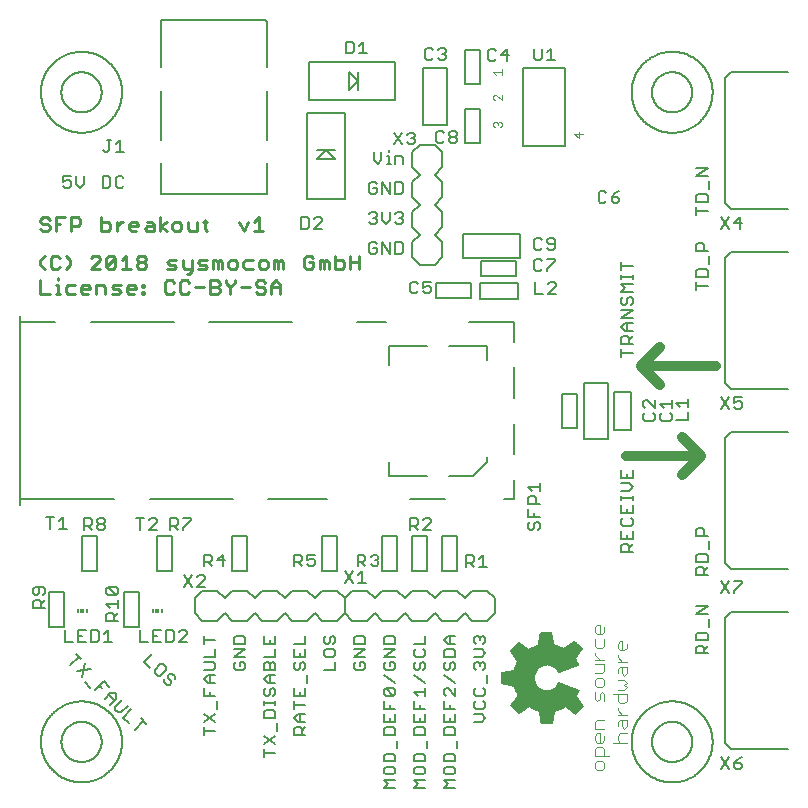
<source format=gbr>
G75*
%MOIN*%
%OFA0B0*%
%FSLAX25Y25*%
%IPPOS*%
%LPD*%
%AMOC8*
5,1,8,0,0,1.08239X$1,22.5*
%
%ADD10C,0.01000*%
%ADD11C,0.00800*%
%ADD12C,0.03200*%
%ADD13C,0.00500*%
%ADD14C,0.00600*%
%ADD15C,0.00787*%
%ADD16C,0.00400*%
%ADD17R,0.00591X0.01181*%
%ADD18R,0.01181X0.01181*%
%ADD19C,0.00200*%
D10*
X0033667Y0170650D02*
X0036678Y0170650D01*
X0038743Y0170650D02*
X0040248Y0170650D01*
X0039495Y0170650D02*
X0039495Y0173660D01*
X0038743Y0173660D01*
X0039495Y0175165D02*
X0039495Y0175918D01*
X0039309Y0178917D02*
X0037803Y0178917D01*
X0037051Y0179670D01*
X0037051Y0182680D01*
X0037803Y0183433D01*
X0039309Y0183433D01*
X0040061Y0182680D01*
X0042126Y0183433D02*
X0043631Y0181928D01*
X0043631Y0180423D01*
X0042126Y0178917D01*
X0040061Y0179670D02*
X0039309Y0178917D01*
X0042879Y0173660D02*
X0042126Y0172907D01*
X0042126Y0171402D01*
X0042879Y0170650D01*
X0045136Y0170650D01*
X0047201Y0171402D02*
X0047201Y0172907D01*
X0047954Y0173660D01*
X0049459Y0173660D01*
X0050212Y0172907D01*
X0050212Y0172155D01*
X0047201Y0172155D01*
X0047201Y0171402D02*
X0047954Y0170650D01*
X0049459Y0170650D01*
X0052276Y0170650D02*
X0052276Y0173660D01*
X0054534Y0173660D01*
X0055287Y0172907D01*
X0055287Y0170650D01*
X0057352Y0170650D02*
X0059609Y0170650D01*
X0060362Y0171402D01*
X0059609Y0172155D01*
X0058104Y0172155D01*
X0057352Y0172907D01*
X0058104Y0173660D01*
X0060362Y0173660D01*
X0062427Y0172907D02*
X0063179Y0173660D01*
X0064685Y0173660D01*
X0065437Y0172907D01*
X0065437Y0172155D01*
X0062427Y0172155D01*
X0062427Y0172907D02*
X0062427Y0171402D01*
X0063179Y0170650D01*
X0064685Y0170650D01*
X0067502Y0170650D02*
X0067502Y0171402D01*
X0068255Y0171402D01*
X0068255Y0170650D01*
X0067502Y0170650D01*
X0067502Y0172907D02*
X0067502Y0173660D01*
X0068255Y0173660D01*
X0068255Y0172907D01*
X0067502Y0172907D01*
X0068068Y0178917D02*
X0066563Y0178917D01*
X0065810Y0179670D01*
X0065810Y0180423D01*
X0066563Y0181175D01*
X0068068Y0181175D01*
X0068821Y0180423D01*
X0068821Y0179670D01*
X0068068Y0178917D01*
X0068068Y0181175D02*
X0068821Y0181928D01*
X0068821Y0182680D01*
X0068068Y0183433D01*
X0066563Y0183433D01*
X0065810Y0182680D01*
X0065810Y0181928D01*
X0066563Y0181175D01*
X0063745Y0178917D02*
X0060735Y0178917D01*
X0062240Y0178917D02*
X0062240Y0183433D01*
X0060735Y0181928D01*
X0058670Y0182680D02*
X0055660Y0179670D01*
X0056412Y0178917D01*
X0057918Y0178917D01*
X0058670Y0179670D01*
X0058670Y0182680D01*
X0057918Y0183433D01*
X0056412Y0183433D01*
X0055660Y0182680D01*
X0055660Y0179670D01*
X0053595Y0178917D02*
X0050585Y0178917D01*
X0053595Y0181928D01*
X0053595Y0182680D01*
X0052842Y0183433D01*
X0051337Y0183433D01*
X0050585Y0182680D01*
X0053968Y0191650D02*
X0056226Y0191650D01*
X0056979Y0192402D01*
X0056979Y0193907D01*
X0056226Y0194660D01*
X0053968Y0194660D01*
X0053968Y0196165D02*
X0053968Y0191650D01*
X0059043Y0191650D02*
X0059043Y0194660D01*
X0059043Y0193155D02*
X0060549Y0194660D01*
X0061301Y0194660D01*
X0063273Y0193907D02*
X0064025Y0194660D01*
X0065530Y0194660D01*
X0066283Y0193907D01*
X0066283Y0193155D01*
X0063273Y0193155D01*
X0063273Y0193907D02*
X0063273Y0192402D01*
X0064025Y0191650D01*
X0065530Y0191650D01*
X0068348Y0192402D02*
X0069100Y0193155D01*
X0071358Y0193155D01*
X0071358Y0193907D02*
X0071358Y0191650D01*
X0069100Y0191650D01*
X0068348Y0192402D01*
X0069100Y0194660D02*
X0070606Y0194660D01*
X0071358Y0193907D01*
X0073423Y0193155D02*
X0075681Y0194660D01*
X0077652Y0193907D02*
X0077652Y0192402D01*
X0078405Y0191650D01*
X0079910Y0191650D01*
X0080663Y0192402D01*
X0080663Y0193907D01*
X0079910Y0194660D01*
X0078405Y0194660D01*
X0077652Y0193907D01*
X0075681Y0191650D02*
X0073423Y0193155D01*
X0073423Y0191650D02*
X0073423Y0196165D01*
X0082728Y0194660D02*
X0082728Y0192402D01*
X0083480Y0191650D01*
X0085738Y0191650D01*
X0085738Y0194660D01*
X0087803Y0194660D02*
X0089308Y0194660D01*
X0088555Y0195413D02*
X0088555Y0192402D01*
X0089308Y0191650D01*
X0089121Y0181928D02*
X0086864Y0181928D01*
X0086111Y0181175D01*
X0086864Y0180423D01*
X0088369Y0180423D01*
X0089121Y0179670D01*
X0088369Y0178917D01*
X0086111Y0178917D01*
X0084046Y0178917D02*
X0081788Y0178917D01*
X0081036Y0179670D01*
X0081036Y0181928D01*
X0078971Y0181928D02*
X0076713Y0181928D01*
X0075961Y0181175D01*
X0076713Y0180423D01*
X0078218Y0180423D01*
X0078971Y0179670D01*
X0078218Y0178917D01*
X0075961Y0178917D01*
X0075867Y0175165D02*
X0075115Y0174413D01*
X0075115Y0171402D01*
X0075867Y0170650D01*
X0077373Y0170650D01*
X0078125Y0171402D01*
X0080190Y0171402D02*
X0080943Y0170650D01*
X0082448Y0170650D01*
X0083200Y0171402D01*
X0085265Y0172907D02*
X0088276Y0172907D01*
X0090340Y0172907D02*
X0092598Y0172907D01*
X0093351Y0172155D01*
X0093351Y0171402D01*
X0092598Y0170650D01*
X0090340Y0170650D01*
X0090340Y0175165D01*
X0092598Y0175165D01*
X0093351Y0174413D01*
X0093351Y0173660D01*
X0092598Y0172907D01*
X0095416Y0174413D02*
X0096921Y0172907D01*
X0096921Y0170650D01*
X0096921Y0172907D02*
X0098426Y0174413D01*
X0098426Y0175165D01*
X0095416Y0175165D02*
X0095416Y0174413D01*
X0094197Y0178917D02*
X0094197Y0181175D01*
X0093444Y0181928D01*
X0092691Y0181175D01*
X0092691Y0178917D01*
X0091186Y0178917D02*
X0091186Y0181928D01*
X0091939Y0181928D01*
X0092691Y0181175D01*
X0096261Y0181175D02*
X0096261Y0179670D01*
X0097014Y0178917D01*
X0098519Y0178917D01*
X0099272Y0179670D01*
X0099272Y0181175D01*
X0098519Y0181928D01*
X0097014Y0181928D01*
X0096261Y0181175D01*
X0101337Y0181175D02*
X0101337Y0179670D01*
X0102089Y0178917D01*
X0104347Y0178917D01*
X0106412Y0179670D02*
X0107164Y0178917D01*
X0108670Y0178917D01*
X0109422Y0179670D01*
X0109422Y0181175D01*
X0108670Y0181928D01*
X0107164Y0181928D01*
X0106412Y0181175D01*
X0106412Y0179670D01*
X0104347Y0181928D02*
X0102089Y0181928D01*
X0101337Y0181175D01*
X0106319Y0175165D02*
X0105566Y0174413D01*
X0105566Y0173660D01*
X0106319Y0172907D01*
X0107824Y0172907D01*
X0108576Y0172155D01*
X0108576Y0171402D01*
X0107824Y0170650D01*
X0106319Y0170650D01*
X0105566Y0171402D01*
X0103501Y0172907D02*
X0100491Y0172907D01*
X0106319Y0175165D02*
X0107824Y0175165D01*
X0108576Y0174413D01*
X0110641Y0173660D02*
X0112146Y0175165D01*
X0113652Y0173660D01*
X0113652Y0170650D01*
X0113652Y0172907D02*
X0110641Y0172907D01*
X0110641Y0173660D02*
X0110641Y0170650D01*
X0111487Y0178917D02*
X0111487Y0181928D01*
X0112240Y0181928D01*
X0112992Y0181175D01*
X0113745Y0181928D01*
X0114497Y0181175D01*
X0114497Y0178917D01*
X0112992Y0178917D02*
X0112992Y0181175D01*
X0121637Y0179670D02*
X0122390Y0178917D01*
X0123895Y0178917D01*
X0124648Y0179670D01*
X0124648Y0181175D01*
X0123143Y0181175D01*
X0124648Y0182680D02*
X0123895Y0183433D01*
X0122390Y0183433D01*
X0121637Y0182680D01*
X0121637Y0179670D01*
X0126713Y0178917D02*
X0126713Y0181928D01*
X0127465Y0181928D01*
X0128218Y0181175D01*
X0128970Y0181928D01*
X0129723Y0181175D01*
X0129723Y0178917D01*
X0128218Y0178917D02*
X0128218Y0181175D01*
X0131788Y0181928D02*
X0134046Y0181928D01*
X0134798Y0181175D01*
X0134798Y0179670D01*
X0134046Y0178917D01*
X0131788Y0178917D01*
X0131788Y0183433D01*
X0136863Y0183433D02*
X0136863Y0178917D01*
X0136863Y0181175D02*
X0139873Y0181175D01*
X0139873Y0183433D02*
X0139873Y0178917D01*
X0108003Y0191650D02*
X0104993Y0191650D01*
X0106498Y0191650D02*
X0106498Y0196165D01*
X0104993Y0194660D01*
X0102928Y0194660D02*
X0101423Y0191650D01*
X0099917Y0194660D01*
X0084046Y0181928D02*
X0084046Y0178165D01*
X0083294Y0177412D01*
X0082541Y0177412D01*
X0082448Y0175165D02*
X0080943Y0175165D01*
X0080190Y0174413D01*
X0080190Y0171402D01*
X0078125Y0174413D02*
X0077373Y0175165D01*
X0075867Y0175165D01*
X0082448Y0175165D02*
X0083200Y0174413D01*
X0046828Y0193907D02*
X0046076Y0193155D01*
X0043818Y0193155D01*
X0043818Y0191650D02*
X0043818Y0196165D01*
X0046076Y0196165D01*
X0046828Y0195413D01*
X0046828Y0193907D01*
X0041753Y0196165D02*
X0038743Y0196165D01*
X0038743Y0191650D01*
X0036678Y0192402D02*
X0036678Y0193155D01*
X0035925Y0193907D01*
X0034420Y0193907D01*
X0033667Y0194660D01*
X0033667Y0195413D01*
X0034420Y0196165D01*
X0035925Y0196165D01*
X0036678Y0195413D01*
X0038743Y0193907D02*
X0040248Y0193907D01*
X0036678Y0192402D02*
X0035925Y0191650D01*
X0034420Y0191650D01*
X0033667Y0192402D01*
X0035173Y0183433D02*
X0033667Y0181928D01*
X0033667Y0180423D01*
X0035173Y0178917D01*
X0033667Y0175165D02*
X0033667Y0170650D01*
X0042879Y0173660D02*
X0045136Y0173660D01*
D11*
X0046976Y0206075D02*
X0048285Y0207384D01*
X0048285Y0210003D01*
X0045667Y0210003D02*
X0045667Y0207384D01*
X0046976Y0206075D01*
X0043935Y0206730D02*
X0043280Y0206075D01*
X0041971Y0206075D01*
X0041316Y0206730D01*
X0041316Y0208039D02*
X0042626Y0208694D01*
X0043280Y0208694D01*
X0043935Y0208039D01*
X0043935Y0206730D01*
X0041316Y0208039D02*
X0041316Y0210003D01*
X0043935Y0210003D01*
X0054367Y0210003D02*
X0054367Y0206075D01*
X0056331Y0206075D01*
X0056985Y0206730D01*
X0056985Y0209348D01*
X0056331Y0210003D01*
X0054367Y0210003D01*
X0058717Y0209348D02*
X0058717Y0206730D01*
X0059372Y0206075D01*
X0060681Y0206075D01*
X0061336Y0206730D01*
X0061336Y0209348D02*
X0060681Y0210003D01*
X0059372Y0210003D01*
X0058717Y0209348D01*
X0058856Y0217884D02*
X0061475Y0217884D01*
X0060166Y0217884D02*
X0060166Y0221812D01*
X0058856Y0220502D01*
X0057125Y0221812D02*
X0055815Y0221812D01*
X0056470Y0221812D02*
X0056470Y0218538D01*
X0055815Y0217884D01*
X0055161Y0217884D01*
X0054506Y0218538D01*
X0120617Y0196253D02*
X0120617Y0192325D01*
X0122581Y0192325D01*
X0123235Y0192980D01*
X0123235Y0195598D01*
X0122581Y0196253D01*
X0120617Y0196253D01*
X0124967Y0195598D02*
X0125622Y0196253D01*
X0126931Y0196253D01*
X0127586Y0195598D01*
X0127586Y0194944D01*
X0124967Y0192325D01*
X0127586Y0192325D01*
X0122618Y0202251D02*
X0122618Y0230942D01*
X0124406Y0230942D01*
X0135217Y0230942D01*
X0135217Y0202251D01*
X0122618Y0202251D01*
X0125917Y0215650D02*
X0128917Y0218650D01*
X0125917Y0218650D01*
X0128917Y0218650D02*
X0131917Y0218650D01*
X0128917Y0218650D02*
X0131917Y0215650D01*
X0125917Y0215650D01*
X0144717Y0215384D02*
X0146026Y0214075D01*
X0147335Y0215384D01*
X0147335Y0218003D01*
X0149067Y0216694D02*
X0149722Y0216694D01*
X0149722Y0214075D01*
X0150376Y0214075D02*
X0149067Y0214075D01*
X0151967Y0214075D02*
X0151967Y0216694D01*
X0153931Y0216694D01*
X0154586Y0216039D01*
X0154586Y0214075D01*
X0157667Y0212900D02*
X0157667Y0217900D01*
X0160167Y0220400D01*
X0165167Y0220400D01*
X0167667Y0217900D01*
X0167667Y0212900D01*
X0165167Y0210400D01*
X0167667Y0207900D01*
X0167667Y0202900D01*
X0165167Y0200400D01*
X0167667Y0197900D01*
X0167667Y0192900D01*
X0165167Y0190400D01*
X0167667Y0187900D01*
X0167667Y0182900D01*
X0165167Y0180400D01*
X0160167Y0180400D01*
X0157667Y0182900D01*
X0157667Y0187900D01*
X0160167Y0190400D01*
X0157667Y0192900D01*
X0157667Y0197900D01*
X0160167Y0200400D01*
X0157667Y0202900D01*
X0157667Y0207900D01*
X0160167Y0210400D01*
X0157667Y0212900D01*
X0153931Y0208003D02*
X0151967Y0208003D01*
X0151967Y0204075D01*
X0153931Y0204075D01*
X0154586Y0204730D01*
X0154586Y0207348D01*
X0153931Y0208003D01*
X0150235Y0208003D02*
X0150235Y0204075D01*
X0147617Y0208003D01*
X0147617Y0204075D01*
X0145885Y0204730D02*
X0145885Y0206039D01*
X0144576Y0206039D01*
X0143267Y0204730D02*
X0143921Y0204075D01*
X0145231Y0204075D01*
X0145885Y0204730D01*
X0143267Y0204730D02*
X0143267Y0207348D01*
X0143921Y0208003D01*
X0145231Y0208003D01*
X0145885Y0207348D01*
X0144717Y0215384D02*
X0144717Y0218003D01*
X0149722Y0218003D02*
X0149722Y0218658D01*
X0151517Y0220500D02*
X0154136Y0224427D01*
X0155867Y0223773D02*
X0156522Y0224427D01*
X0157831Y0224427D01*
X0158486Y0223773D01*
X0158486Y0223118D01*
X0157831Y0222463D01*
X0158486Y0221809D01*
X0158486Y0221154D01*
X0157831Y0220500D01*
X0156522Y0220500D01*
X0155867Y0221154D01*
X0154136Y0220500D02*
X0151517Y0224427D01*
X0157177Y0222463D02*
X0157831Y0222463D01*
X0161230Y0226886D02*
X0169104Y0226886D01*
X0169104Y0245783D01*
X0161230Y0245783D01*
X0161230Y0226886D01*
X0165617Y0224348D02*
X0165617Y0221730D01*
X0166272Y0221075D01*
X0167581Y0221075D01*
X0168235Y0221730D01*
X0169967Y0221730D02*
X0169967Y0222384D01*
X0170622Y0223039D01*
X0171931Y0223039D01*
X0172586Y0222384D01*
X0172586Y0221730D01*
X0171931Y0221075D01*
X0170622Y0221075D01*
X0169967Y0221730D01*
X0170622Y0223039D02*
X0169967Y0223694D01*
X0169967Y0224348D01*
X0170622Y0225003D01*
X0171931Y0225003D01*
X0172586Y0224348D01*
X0172586Y0223694D01*
X0171931Y0223039D01*
X0175167Y0220900D02*
X0180167Y0220900D01*
X0180167Y0232400D01*
X0175167Y0232400D01*
X0175167Y0220900D01*
X0168235Y0224348D02*
X0167581Y0225003D01*
X0166272Y0225003D01*
X0165617Y0224348D01*
X0151960Y0235350D02*
X0123269Y0235350D01*
X0123269Y0247949D01*
X0151960Y0247949D01*
X0151960Y0246161D01*
X0151960Y0235350D01*
X0139667Y0238650D02*
X0139667Y0241650D01*
X0139667Y0244650D01*
X0136667Y0244650D02*
X0139667Y0241650D01*
X0136667Y0238650D01*
X0136667Y0244650D01*
X0137531Y0250800D02*
X0138186Y0251454D01*
X0138186Y0254073D01*
X0137531Y0254727D01*
X0135567Y0254727D01*
X0135567Y0250800D01*
X0137531Y0250800D01*
X0139917Y0250800D02*
X0142536Y0250800D01*
X0141227Y0250800D02*
X0141227Y0254727D01*
X0139917Y0253418D01*
X0161817Y0252008D02*
X0161817Y0249389D01*
X0162472Y0248735D01*
X0163781Y0248735D01*
X0164436Y0249389D01*
X0166167Y0249389D02*
X0166822Y0248735D01*
X0168131Y0248735D01*
X0168786Y0249389D01*
X0168786Y0250044D01*
X0168131Y0250699D01*
X0167477Y0250699D01*
X0168131Y0250699D02*
X0168786Y0251353D01*
X0168786Y0252008D01*
X0168131Y0252662D01*
X0166822Y0252662D01*
X0166167Y0252008D01*
X0164436Y0252008D02*
X0163781Y0252662D01*
X0162472Y0252662D01*
X0161817Y0252008D01*
X0175167Y0252090D02*
X0175167Y0240590D01*
X0180167Y0240590D01*
X0180167Y0252090D01*
X0175167Y0252090D01*
X0182752Y0251573D02*
X0182752Y0248954D01*
X0183407Y0248300D01*
X0184716Y0248300D01*
X0185371Y0248954D01*
X0187103Y0250263D02*
X0189721Y0250263D01*
X0189066Y0248300D02*
X0189066Y0252227D01*
X0187103Y0250263D01*
X0185371Y0251573D02*
X0184716Y0252227D01*
X0183407Y0252227D01*
X0182752Y0251573D01*
X0194417Y0245800D02*
X0208417Y0245800D01*
X0208417Y0220000D01*
X0194417Y0220000D01*
X0194417Y0245800D01*
X0198067Y0249154D02*
X0198722Y0248500D01*
X0200031Y0248500D01*
X0200686Y0249154D01*
X0200686Y0252427D01*
X0202417Y0251118D02*
X0203727Y0252427D01*
X0203727Y0248500D01*
X0205036Y0248500D02*
X0202417Y0248500D01*
X0198067Y0249154D02*
X0198067Y0252427D01*
X0252090Y0212719D02*
X0256017Y0212719D01*
X0252090Y0210100D01*
X0256017Y0210100D01*
X0256672Y0208368D02*
X0256672Y0205750D01*
X0255363Y0204018D02*
X0252744Y0204018D01*
X0252090Y0203364D01*
X0252090Y0201400D01*
X0256017Y0201400D01*
X0256017Y0203364D01*
X0255363Y0204018D01*
X0252090Y0199668D02*
X0252090Y0197050D01*
X0252090Y0198359D02*
X0256017Y0198359D01*
X0260617Y0196253D02*
X0263235Y0192325D01*
X0260617Y0192325D02*
X0263235Y0196253D01*
X0264967Y0194289D02*
X0267586Y0194289D01*
X0266931Y0192325D02*
X0266931Y0196253D01*
X0264967Y0194289D01*
X0256017Y0185100D02*
X0252090Y0185100D01*
X0252090Y0187064D01*
X0252744Y0187719D01*
X0254053Y0187719D01*
X0254708Y0187064D01*
X0254708Y0185100D01*
X0256672Y0183368D02*
X0256672Y0180750D01*
X0255363Y0179018D02*
X0252744Y0179018D01*
X0252090Y0178364D01*
X0252090Y0176400D01*
X0256017Y0176400D01*
X0256017Y0178364D01*
X0255363Y0179018D01*
X0252090Y0174668D02*
X0252090Y0172050D01*
X0252090Y0173359D02*
X0256017Y0173359D01*
X0231017Y0173919D02*
X0227090Y0173919D01*
X0228399Y0172610D01*
X0227090Y0171300D01*
X0231017Y0171300D01*
X0230363Y0169569D02*
X0231017Y0168914D01*
X0231017Y0167605D01*
X0230363Y0166950D01*
X0229053Y0167605D02*
X0229053Y0168914D01*
X0229708Y0169569D01*
X0230363Y0169569D01*
X0229053Y0167605D02*
X0228399Y0166950D01*
X0227744Y0166950D01*
X0227090Y0167605D01*
X0227090Y0168914D01*
X0227744Y0169569D01*
X0227090Y0165219D02*
X0231017Y0165219D01*
X0227090Y0162600D01*
X0231017Y0162600D01*
X0231017Y0160868D02*
X0228399Y0160868D01*
X0227090Y0159559D01*
X0228399Y0158250D01*
X0231017Y0158250D01*
X0231017Y0156518D02*
X0229708Y0155209D01*
X0229708Y0155864D02*
X0229708Y0153900D01*
X0231017Y0153900D02*
X0227090Y0153900D01*
X0227090Y0155864D01*
X0227744Y0156518D01*
X0229053Y0156518D01*
X0229708Y0155864D01*
X0229053Y0158250D02*
X0229053Y0160868D01*
X0227090Y0152168D02*
X0227090Y0149550D01*
X0227090Y0150859D02*
X0231017Y0150859D01*
X0222854Y0141098D02*
X0214980Y0141098D01*
X0214980Y0122201D01*
X0222854Y0122201D01*
X0222854Y0141098D01*
X0224911Y0137949D02*
X0230423Y0137949D01*
X0230423Y0125350D01*
X0224911Y0125350D01*
X0224911Y0137949D01*
X0234590Y0134614D02*
X0234590Y0133304D01*
X0235244Y0132650D01*
X0235244Y0130918D02*
X0234590Y0130263D01*
X0234590Y0128954D01*
X0235244Y0128300D01*
X0237863Y0128300D01*
X0238517Y0128954D01*
X0238517Y0130263D01*
X0237863Y0130918D01*
X0238517Y0132650D02*
X0235899Y0135268D01*
X0235244Y0135268D01*
X0234590Y0134614D01*
X0238517Y0135268D02*
X0238517Y0132650D01*
X0240090Y0133959D02*
X0244017Y0133959D01*
X0244017Y0132650D02*
X0244017Y0135268D01*
X0245421Y0134304D02*
X0249349Y0134304D01*
X0249349Y0135613D02*
X0249349Y0132994D01*
X0249349Y0131263D02*
X0249349Y0128644D01*
X0245421Y0128644D01*
X0244017Y0128954D02*
X0244017Y0130263D01*
X0243363Y0130918D01*
X0244017Y0128954D02*
X0243363Y0128300D01*
X0240744Y0128300D01*
X0240090Y0128954D01*
X0240090Y0130263D01*
X0240744Y0130918D01*
X0241399Y0132650D02*
X0240090Y0133959D01*
X0245421Y0134304D02*
X0246731Y0132994D01*
X0260617Y0132325D02*
X0263235Y0136253D01*
X0264967Y0136253D02*
X0264967Y0134289D01*
X0266276Y0134944D01*
X0266931Y0134944D01*
X0267586Y0134289D01*
X0267586Y0132980D01*
X0266931Y0132325D01*
X0265622Y0132325D01*
X0264967Y0132980D01*
X0263235Y0132325D02*
X0260617Y0136253D01*
X0264967Y0136253D02*
X0267586Y0136253D01*
X0231017Y0111819D02*
X0231017Y0109201D01*
X0227090Y0109201D01*
X0227090Y0111819D01*
X0229053Y0110510D02*
X0229053Y0109201D01*
X0229708Y0107469D02*
X0227090Y0107469D01*
X0229708Y0107469D02*
X0231017Y0106160D01*
X0229708Y0104850D01*
X0227090Y0104850D01*
X0227090Y0103260D02*
X0227090Y0101950D01*
X0227090Y0102605D02*
X0231017Y0102605D01*
X0231017Y0101950D02*
X0231017Y0103260D01*
X0231017Y0100219D02*
X0231017Y0097600D01*
X0227090Y0097600D01*
X0227090Y0100219D01*
X0229053Y0098909D02*
X0229053Y0097600D01*
X0227744Y0095868D02*
X0227090Y0095214D01*
X0227090Y0093905D01*
X0227744Y0093250D01*
X0230363Y0093250D01*
X0231017Y0093905D01*
X0231017Y0095214D01*
X0230363Y0095868D01*
X0231017Y0091518D02*
X0231017Y0088900D01*
X0227090Y0088900D01*
X0227090Y0091518D01*
X0229053Y0090209D02*
X0229053Y0088900D01*
X0229053Y0087168D02*
X0229708Y0086513D01*
X0229708Y0084550D01*
X0229708Y0085859D02*
X0231017Y0087168D01*
X0229053Y0087168D02*
X0227744Y0087168D01*
X0227090Y0086513D01*
X0227090Y0084550D01*
X0231017Y0084550D01*
X0252090Y0083364D02*
X0252090Y0081400D01*
X0256017Y0081400D01*
X0256017Y0083364D01*
X0255363Y0084018D01*
X0252744Y0084018D01*
X0252090Y0083364D01*
X0252744Y0079668D02*
X0254053Y0079668D01*
X0254708Y0079013D01*
X0254708Y0077050D01*
X0254708Y0078359D02*
X0256017Y0079668D01*
X0256017Y0077050D02*
X0252090Y0077050D01*
X0252090Y0079013D01*
X0252744Y0079668D01*
X0256672Y0085750D02*
X0256672Y0088368D01*
X0256017Y0090100D02*
X0252090Y0090100D01*
X0252090Y0092064D01*
X0252744Y0092719D01*
X0254053Y0092719D01*
X0254708Y0092064D01*
X0254708Y0090100D01*
X0260617Y0075003D02*
X0263235Y0071075D01*
X0264967Y0071075D02*
X0264967Y0071730D01*
X0267586Y0074348D01*
X0267586Y0075003D01*
X0264967Y0075003D01*
X0263235Y0075003D02*
X0260617Y0071075D01*
X0256017Y0066469D02*
X0252090Y0066469D01*
X0252090Y0063850D02*
X0256017Y0066469D01*
X0256017Y0063850D02*
X0252090Y0063850D01*
X0256672Y0062118D02*
X0256672Y0059500D01*
X0255363Y0057768D02*
X0252744Y0057768D01*
X0252090Y0057114D01*
X0252090Y0055150D01*
X0256017Y0055150D01*
X0256017Y0057114D01*
X0255363Y0057768D01*
X0256017Y0053418D02*
X0254708Y0052109D01*
X0254708Y0052763D02*
X0254708Y0050800D01*
X0256017Y0050800D02*
X0252090Y0050800D01*
X0252090Y0052763D01*
X0252744Y0053418D01*
X0254053Y0053418D01*
X0254708Y0052763D01*
X0260617Y0016253D02*
X0263235Y0012325D01*
X0264967Y0012980D02*
X0264967Y0014289D01*
X0266931Y0014289D01*
X0267586Y0013634D01*
X0267586Y0012980D01*
X0266931Y0012325D01*
X0265622Y0012325D01*
X0264967Y0012980D01*
X0264967Y0014289D02*
X0266276Y0015598D01*
X0267586Y0016253D01*
X0263235Y0016253D02*
X0260617Y0012325D01*
X0185167Y0064150D02*
X0185167Y0069150D01*
X0182667Y0071650D01*
X0177667Y0071650D01*
X0175167Y0069150D01*
X0172667Y0071650D01*
X0167667Y0071650D01*
X0165167Y0069150D01*
X0162667Y0071650D01*
X0157667Y0071650D01*
X0155167Y0069150D01*
X0152667Y0071650D01*
X0147667Y0071650D01*
X0145167Y0069150D01*
X0142667Y0071650D01*
X0137667Y0071650D01*
X0135167Y0069150D01*
X0132667Y0071650D01*
X0127667Y0071650D01*
X0125167Y0069150D01*
X0122667Y0071650D01*
X0117667Y0071650D01*
X0115167Y0069150D01*
X0112667Y0071650D01*
X0107667Y0071650D01*
X0105167Y0069150D01*
X0102667Y0071650D01*
X0097667Y0071650D01*
X0095167Y0069150D01*
X0092667Y0071650D01*
X0087667Y0071650D01*
X0085167Y0069150D01*
X0085167Y0064150D01*
X0087667Y0061650D01*
X0092667Y0061650D01*
X0095167Y0064150D01*
X0097667Y0061650D01*
X0102667Y0061650D01*
X0105167Y0064150D01*
X0107667Y0061650D01*
X0112667Y0061650D01*
X0115167Y0064150D01*
X0117667Y0061650D01*
X0122667Y0061650D01*
X0125167Y0064150D01*
X0127667Y0061650D01*
X0132667Y0061650D01*
X0135167Y0064150D01*
X0135167Y0069150D01*
X0135167Y0064150D01*
X0137667Y0061650D01*
X0142667Y0061650D01*
X0145167Y0064150D01*
X0147667Y0061650D01*
X0152667Y0061650D01*
X0155167Y0064150D01*
X0157667Y0061650D01*
X0162667Y0061650D01*
X0165167Y0064150D01*
X0167667Y0061650D01*
X0172667Y0061650D01*
X0175167Y0064150D01*
X0177667Y0061650D01*
X0182667Y0061650D01*
X0185167Y0064150D01*
X0181337Y0056568D02*
X0181992Y0055913D01*
X0181992Y0054604D01*
X0181337Y0053949D01*
X0180682Y0052218D02*
X0178064Y0052218D01*
X0178719Y0053949D02*
X0178064Y0054604D01*
X0178064Y0055913D01*
X0178719Y0056568D01*
X0179373Y0056568D01*
X0180028Y0055913D01*
X0180682Y0056568D01*
X0181337Y0056568D01*
X0180028Y0055913D02*
X0180028Y0055259D01*
X0180682Y0052218D02*
X0181992Y0050909D01*
X0180682Y0049599D01*
X0178064Y0049599D01*
X0178719Y0047868D02*
X0179373Y0047868D01*
X0180028Y0047213D01*
X0180682Y0047868D01*
X0181337Y0047868D01*
X0181992Y0047213D01*
X0181992Y0045904D01*
X0181337Y0045249D01*
X0180028Y0046558D02*
X0180028Y0047213D01*
X0178719Y0047868D02*
X0178064Y0047213D01*
X0178064Y0045904D01*
X0178719Y0045249D01*
X0182646Y0043517D02*
X0182646Y0040899D01*
X0181337Y0039167D02*
X0181992Y0038513D01*
X0181992Y0037203D01*
X0181337Y0036549D01*
X0178719Y0036549D01*
X0178064Y0037203D01*
X0178064Y0038513D01*
X0178719Y0039167D01*
X0178719Y0034817D02*
X0178064Y0034162D01*
X0178064Y0032853D01*
X0178719Y0032199D01*
X0181337Y0032199D01*
X0181992Y0032853D01*
X0181992Y0034162D01*
X0181337Y0034817D01*
X0180682Y0030467D02*
X0178064Y0030467D01*
X0180682Y0030467D02*
X0181992Y0029158D01*
X0180682Y0027848D01*
X0178064Y0027848D01*
X0171992Y0027848D02*
X0171992Y0030467D01*
X0171992Y0032199D02*
X0168064Y0032199D01*
X0168064Y0034817D01*
X0168719Y0036549D02*
X0168064Y0037203D01*
X0168064Y0038513D01*
X0168719Y0039167D01*
X0169373Y0039167D01*
X0171992Y0036549D01*
X0171992Y0039167D01*
X0171992Y0040899D02*
X0168064Y0043517D01*
X0168719Y0045249D02*
X0169373Y0045249D01*
X0170028Y0045904D01*
X0170028Y0047213D01*
X0170682Y0047868D01*
X0171337Y0047868D01*
X0171992Y0047213D01*
X0171992Y0045904D01*
X0171337Y0045249D01*
X0168719Y0045249D02*
X0168064Y0045904D01*
X0168064Y0047213D01*
X0168719Y0047868D01*
X0168064Y0049599D02*
X0168064Y0051563D01*
X0168719Y0052218D01*
X0171337Y0052218D01*
X0171992Y0051563D01*
X0171992Y0049599D01*
X0168064Y0049599D01*
X0169373Y0053949D02*
X0168064Y0055259D01*
X0169373Y0056568D01*
X0171992Y0056568D01*
X0170028Y0056568D02*
X0170028Y0053949D01*
X0169373Y0053949D02*
X0171992Y0053949D01*
X0161992Y0053949D02*
X0161992Y0056568D01*
X0161992Y0053949D02*
X0158064Y0053949D01*
X0158719Y0052218D02*
X0158064Y0051563D01*
X0158064Y0050254D01*
X0158719Y0049599D01*
X0161337Y0049599D01*
X0161992Y0050254D01*
X0161992Y0051563D01*
X0161337Y0052218D01*
X0161337Y0047868D02*
X0160682Y0047868D01*
X0160028Y0047213D01*
X0160028Y0045904D01*
X0159373Y0045249D01*
X0158719Y0045249D01*
X0158064Y0045904D01*
X0158064Y0047213D01*
X0158719Y0047868D01*
X0161337Y0047868D02*
X0161992Y0047213D01*
X0161992Y0045904D01*
X0161337Y0045249D01*
X0158064Y0043517D02*
X0161992Y0040899D01*
X0161992Y0039167D02*
X0161992Y0036549D01*
X0161992Y0037858D02*
X0158064Y0037858D01*
X0159373Y0036549D01*
X0158064Y0034817D02*
X0158064Y0032199D01*
X0161992Y0032199D01*
X0161992Y0030467D02*
X0161992Y0027848D01*
X0158064Y0027848D01*
X0158064Y0030467D01*
X0160028Y0029158D02*
X0160028Y0027848D01*
X0161337Y0026117D02*
X0158719Y0026117D01*
X0158064Y0025462D01*
X0158064Y0023498D01*
X0161992Y0023498D01*
X0161992Y0025462D01*
X0161337Y0026117D01*
X0162646Y0021767D02*
X0162646Y0019148D01*
X0161337Y0017416D02*
X0158719Y0017416D01*
X0158064Y0016762D01*
X0158064Y0014798D01*
X0161992Y0014798D01*
X0161992Y0016762D01*
X0161337Y0017416D01*
X0161337Y0013066D02*
X0158719Y0013066D01*
X0158064Y0012412D01*
X0158064Y0011102D01*
X0158719Y0010448D01*
X0161337Y0010448D01*
X0161992Y0011102D01*
X0161992Y0012412D01*
X0161337Y0013066D01*
X0161992Y0008716D02*
X0158064Y0008716D01*
X0159373Y0007407D01*
X0158064Y0006098D01*
X0161992Y0006098D01*
X0168064Y0006098D02*
X0169373Y0007407D01*
X0168064Y0008716D01*
X0171992Y0008716D01*
X0171337Y0010448D02*
X0171992Y0011102D01*
X0171992Y0012412D01*
X0171337Y0013066D01*
X0168719Y0013066D01*
X0168064Y0012412D01*
X0168064Y0011102D01*
X0168719Y0010448D01*
X0171337Y0010448D01*
X0171992Y0006098D02*
X0168064Y0006098D01*
X0168064Y0014798D02*
X0168064Y0016762D01*
X0168719Y0017416D01*
X0171337Y0017416D01*
X0171992Y0016762D01*
X0171992Y0014798D01*
X0168064Y0014798D01*
X0172646Y0019148D02*
X0172646Y0021767D01*
X0171992Y0023498D02*
X0171992Y0025462D01*
X0171337Y0026117D01*
X0168719Y0026117D01*
X0168064Y0025462D01*
X0168064Y0023498D01*
X0171992Y0023498D01*
X0171992Y0027848D02*
X0168064Y0027848D01*
X0168064Y0030467D01*
X0170028Y0029158D02*
X0170028Y0027848D01*
X0170028Y0032199D02*
X0170028Y0033508D01*
X0160028Y0033508D02*
X0160028Y0032199D01*
X0151992Y0032199D02*
X0148064Y0032199D01*
X0148064Y0034817D01*
X0148719Y0036549D02*
X0148064Y0037203D01*
X0148064Y0038513D01*
X0148719Y0039167D01*
X0151337Y0036549D01*
X0151992Y0037203D01*
X0151992Y0038513D01*
X0151337Y0039167D01*
X0148719Y0039167D01*
X0148719Y0036549D02*
X0151337Y0036549D01*
X0150028Y0033508D02*
X0150028Y0032199D01*
X0151992Y0030467D02*
X0151992Y0027848D01*
X0148064Y0027848D01*
X0148064Y0030467D01*
X0150028Y0029158D02*
X0150028Y0027848D01*
X0151337Y0026117D02*
X0148719Y0026117D01*
X0148064Y0025462D01*
X0148064Y0023498D01*
X0151992Y0023498D01*
X0151992Y0025462D01*
X0151337Y0026117D01*
X0152646Y0021767D02*
X0152646Y0019148D01*
X0151337Y0017416D02*
X0148719Y0017416D01*
X0148064Y0016762D01*
X0148064Y0014798D01*
X0151992Y0014798D01*
X0151992Y0016762D01*
X0151337Y0017416D01*
X0151337Y0013066D02*
X0148719Y0013066D01*
X0148064Y0012412D01*
X0148064Y0011102D01*
X0148719Y0010448D01*
X0151337Y0010448D01*
X0151992Y0011102D01*
X0151992Y0012412D01*
X0151337Y0013066D01*
X0151992Y0008716D02*
X0148064Y0008716D01*
X0149373Y0007407D01*
X0148064Y0006098D01*
X0151992Y0006098D01*
X0121992Y0023498D02*
X0118064Y0023498D01*
X0118064Y0025462D01*
X0118719Y0026117D01*
X0120028Y0026117D01*
X0120682Y0025462D01*
X0120682Y0023498D01*
X0120682Y0024807D02*
X0121992Y0026117D01*
X0121992Y0027848D02*
X0119373Y0027848D01*
X0118064Y0029158D01*
X0119373Y0030467D01*
X0121992Y0030467D01*
X0120028Y0030467D02*
X0120028Y0027848D01*
X0118064Y0032199D02*
X0118064Y0034817D01*
X0118064Y0033508D02*
X0121992Y0033508D01*
X0121992Y0036549D02*
X0118064Y0036549D01*
X0118064Y0039167D01*
X0120028Y0037858D02*
X0120028Y0036549D01*
X0121992Y0036549D02*
X0121992Y0039167D01*
X0122646Y0040899D02*
X0122646Y0043517D01*
X0121337Y0045249D02*
X0121992Y0045904D01*
X0121992Y0047213D01*
X0121337Y0047868D01*
X0120682Y0047868D01*
X0120028Y0047213D01*
X0120028Y0045904D01*
X0119373Y0045249D01*
X0118719Y0045249D01*
X0118064Y0045904D01*
X0118064Y0047213D01*
X0118719Y0047868D01*
X0118064Y0049599D02*
X0121992Y0049599D01*
X0121992Y0052218D01*
X0121992Y0053949D02*
X0121992Y0056568D01*
X0121992Y0053949D02*
X0118064Y0053949D01*
X0118064Y0052218D02*
X0118064Y0049599D01*
X0120028Y0049599D02*
X0120028Y0050909D01*
X0128064Y0051563D02*
X0128064Y0050254D01*
X0128719Y0049599D01*
X0131337Y0049599D01*
X0131992Y0050254D01*
X0131992Y0051563D01*
X0131337Y0052218D01*
X0128719Y0052218D01*
X0128064Y0051563D01*
X0128719Y0053949D02*
X0129373Y0053949D01*
X0130028Y0054604D01*
X0130028Y0055913D01*
X0130682Y0056568D01*
X0131337Y0056568D01*
X0131992Y0055913D01*
X0131992Y0054604D01*
X0131337Y0053949D01*
X0128719Y0053949D02*
X0128064Y0054604D01*
X0128064Y0055913D01*
X0128719Y0056568D01*
X0131992Y0047868D02*
X0131992Y0045249D01*
X0128064Y0045249D01*
X0138064Y0045904D02*
X0138719Y0045249D01*
X0141337Y0045249D01*
X0141992Y0045904D01*
X0141992Y0047213D01*
X0141337Y0047868D01*
X0140028Y0047868D01*
X0140028Y0046558D01*
X0138719Y0047868D02*
X0138064Y0047213D01*
X0138064Y0045904D01*
X0138064Y0049599D02*
X0141992Y0052218D01*
X0138064Y0052218D01*
X0138064Y0053949D02*
X0138064Y0055913D01*
X0138719Y0056568D01*
X0141337Y0056568D01*
X0141992Y0055913D01*
X0141992Y0053949D01*
X0138064Y0053949D01*
X0138064Y0049599D02*
X0141992Y0049599D01*
X0148064Y0049599D02*
X0151992Y0052218D01*
X0148064Y0052218D01*
X0148064Y0053949D02*
X0148064Y0055913D01*
X0148719Y0056568D01*
X0151337Y0056568D01*
X0151992Y0055913D01*
X0151992Y0053949D01*
X0148064Y0053949D01*
X0148064Y0049599D02*
X0151992Y0049599D01*
X0151337Y0047868D02*
X0150028Y0047868D01*
X0150028Y0046558D01*
X0151337Y0045249D02*
X0151992Y0045904D01*
X0151992Y0047213D01*
X0151337Y0047868D01*
X0148719Y0047868D02*
X0148064Y0047213D01*
X0148064Y0045904D01*
X0148719Y0045249D01*
X0151337Y0045249D01*
X0148064Y0043517D02*
X0151992Y0040899D01*
X0142236Y0074250D02*
X0139617Y0074250D01*
X0140927Y0074250D02*
X0140927Y0078177D01*
X0139617Y0076868D01*
X0137886Y0078177D02*
X0135267Y0074250D01*
X0137886Y0074250D02*
X0135267Y0078177D01*
X0132667Y0078400D02*
X0127667Y0078400D01*
X0127667Y0089900D01*
X0132667Y0089900D01*
X0132667Y0078400D01*
X0139367Y0079825D02*
X0139367Y0083753D01*
X0141331Y0083753D01*
X0141985Y0083098D01*
X0141985Y0081789D01*
X0141331Y0081134D01*
X0139367Y0081134D01*
X0140676Y0081134D02*
X0141985Y0079825D01*
X0143717Y0080480D02*
X0144372Y0079825D01*
X0145681Y0079825D01*
X0146336Y0080480D01*
X0146336Y0081134D01*
X0145681Y0081789D01*
X0145026Y0081789D01*
X0145681Y0081789D02*
X0146336Y0082444D01*
X0146336Y0083098D01*
X0145681Y0083753D01*
X0144372Y0083753D01*
X0143717Y0083098D01*
X0147667Y0078400D02*
X0152667Y0078400D01*
X0152667Y0089900D01*
X0147667Y0089900D01*
X0147667Y0078400D01*
X0157667Y0078400D02*
X0162667Y0078400D01*
X0162667Y0089900D01*
X0157667Y0089900D01*
X0157667Y0078400D01*
X0167667Y0078400D02*
X0172667Y0078400D01*
X0172667Y0089900D01*
X0167667Y0089900D01*
X0167667Y0078400D01*
X0175567Y0079550D02*
X0175567Y0083477D01*
X0177531Y0083477D01*
X0178186Y0082823D01*
X0178186Y0081513D01*
X0177531Y0080859D01*
X0175567Y0080859D01*
X0176877Y0080859D02*
X0178186Y0079550D01*
X0179917Y0079550D02*
X0182536Y0079550D01*
X0181227Y0079550D02*
X0181227Y0083477D01*
X0179917Y0082168D01*
X0163786Y0092050D02*
X0161167Y0092050D01*
X0163786Y0094668D01*
X0163786Y0095323D01*
X0163131Y0095977D01*
X0161822Y0095977D01*
X0161167Y0095323D01*
X0159436Y0095323D02*
X0159436Y0094013D01*
X0158781Y0093359D01*
X0156817Y0093359D01*
X0156817Y0092050D02*
X0156817Y0095977D01*
X0158781Y0095977D01*
X0159436Y0095323D01*
X0158127Y0093359D02*
X0159436Y0092050D01*
X0125086Y0083753D02*
X0122467Y0083753D01*
X0122467Y0081789D01*
X0123776Y0082444D01*
X0124431Y0082444D01*
X0125086Y0081789D01*
X0125086Y0080480D01*
X0124431Y0079825D01*
X0123122Y0079825D01*
X0122467Y0080480D01*
X0120735Y0079825D02*
X0119426Y0081134D01*
X0120081Y0081134D02*
X0118117Y0081134D01*
X0118117Y0079825D02*
X0118117Y0083753D01*
X0120081Y0083753D01*
X0120735Y0083098D01*
X0120735Y0081789D01*
X0120081Y0081134D01*
X0102667Y0078400D02*
X0097667Y0078400D01*
X0097667Y0089900D01*
X0102667Y0089900D01*
X0102667Y0078400D01*
X0095086Y0081789D02*
X0092467Y0081789D01*
X0094431Y0083753D01*
X0094431Y0079825D01*
X0090735Y0079825D02*
X0089426Y0081134D01*
X0090081Y0081134D02*
X0088117Y0081134D01*
X0088117Y0079825D02*
X0088117Y0083753D01*
X0090081Y0083753D01*
X0090735Y0083098D01*
X0090735Y0081789D01*
X0090081Y0081134D01*
X0087831Y0076927D02*
X0086522Y0076927D01*
X0085867Y0076273D01*
X0084136Y0076927D02*
X0081517Y0073000D01*
X0084136Y0073000D02*
X0081517Y0076927D01*
X0077667Y0078400D02*
X0072667Y0078400D01*
X0072667Y0089900D01*
X0077667Y0089900D01*
X0077667Y0078400D01*
X0085867Y0073000D02*
X0088486Y0075618D01*
X0088486Y0076273D01*
X0087831Y0076927D01*
X0088486Y0073000D02*
X0085867Y0073000D01*
X0081832Y0058477D02*
X0080522Y0058477D01*
X0079868Y0057823D01*
X0078136Y0057823D02*
X0077482Y0058477D01*
X0075518Y0058477D01*
X0075518Y0054550D01*
X0077482Y0054550D01*
X0078136Y0055204D01*
X0078136Y0057823D01*
X0079868Y0054550D02*
X0082486Y0057168D01*
X0082486Y0057823D01*
X0081832Y0058477D01*
X0082486Y0054550D02*
X0079868Y0054550D01*
X0073786Y0054550D02*
X0071167Y0054550D01*
X0071167Y0058477D01*
X0073786Y0058477D01*
X0072477Y0056513D02*
X0071167Y0056513D01*
X0069436Y0054550D02*
X0066817Y0054550D01*
X0066817Y0058477D01*
X0066417Y0059650D02*
X0061417Y0059650D01*
X0061417Y0071150D01*
X0066417Y0071150D01*
X0066417Y0059650D01*
X0059492Y0061499D02*
X0055564Y0061499D01*
X0055564Y0063463D01*
X0056219Y0064118D01*
X0057528Y0064118D01*
X0058182Y0063463D01*
X0058182Y0061499D01*
X0058182Y0062808D02*
X0059492Y0064118D01*
X0059492Y0065849D02*
X0059492Y0068468D01*
X0059492Y0067159D02*
X0055564Y0067159D01*
X0056873Y0065849D01*
X0056219Y0070199D02*
X0055564Y0070854D01*
X0055564Y0072163D01*
X0056219Y0072818D01*
X0058837Y0070199D01*
X0059492Y0070854D01*
X0059492Y0072163D01*
X0058837Y0072818D01*
X0056219Y0072818D01*
X0056219Y0070199D02*
X0058837Y0070199D01*
X0052667Y0078400D02*
X0047667Y0078400D01*
X0047667Y0089900D01*
X0052667Y0089900D01*
X0052667Y0078400D01*
X0041417Y0071150D02*
X0036417Y0071150D01*
X0036417Y0059650D01*
X0041417Y0059650D01*
X0041417Y0071150D01*
X0035117Y0070854D02*
X0034462Y0070199D01*
X0035117Y0070854D02*
X0035117Y0072163D01*
X0034462Y0072818D01*
X0031844Y0072818D01*
X0031189Y0072163D01*
X0031189Y0070854D01*
X0031844Y0070199D01*
X0032498Y0070199D01*
X0033153Y0070854D01*
X0033153Y0072818D01*
X0033153Y0068468D02*
X0031844Y0068468D01*
X0031189Y0067813D01*
X0031189Y0065849D01*
X0035117Y0065849D01*
X0033807Y0065849D02*
X0033807Y0067813D01*
X0033153Y0068468D01*
X0033807Y0067159D02*
X0035117Y0068468D01*
X0041817Y0058477D02*
X0041817Y0054550D01*
X0044436Y0054550D01*
X0046167Y0054550D02*
X0046167Y0058477D01*
X0048786Y0058477D01*
X0050518Y0058477D02*
X0052482Y0058477D01*
X0053136Y0057823D01*
X0053136Y0055204D01*
X0052482Y0054550D01*
X0050518Y0054550D01*
X0050518Y0058477D01*
X0047477Y0056513D02*
X0046167Y0056513D01*
X0046167Y0054550D02*
X0048786Y0054550D01*
X0045493Y0050677D02*
X0047344Y0048825D01*
X0046418Y0049751D02*
X0043641Y0046974D01*
X0045791Y0044824D02*
X0050420Y0045749D01*
X0048569Y0047601D02*
X0047643Y0042972D01*
X0048404Y0041285D02*
X0050256Y0039433D01*
X0051943Y0038671D02*
X0054721Y0041449D01*
X0056572Y0039597D01*
X0056871Y0037447D02*
X0058722Y0037447D01*
X0058722Y0035595D01*
X0056871Y0033744D01*
X0058558Y0032982D02*
X0058558Y0032056D01*
X0059484Y0031131D01*
X0060410Y0031131D01*
X0062724Y0033445D01*
X0063949Y0032221D02*
X0061171Y0029443D01*
X0063023Y0027592D01*
X0065173Y0025441D02*
X0067951Y0028219D01*
X0068876Y0027293D02*
X0067025Y0029145D01*
X0060873Y0035297D02*
X0058558Y0032982D01*
X0058260Y0035133D02*
X0056408Y0036984D01*
X0056871Y0037447D02*
X0055019Y0035595D01*
X0054258Y0039134D02*
X0053332Y0040060D01*
X0068233Y0047900D02*
X0070085Y0046048D01*
X0071772Y0045286D02*
X0073623Y0047138D01*
X0074549Y0047138D01*
X0075475Y0046212D01*
X0075475Y0045286D01*
X0073623Y0043435D01*
X0072698Y0043435D01*
X0071772Y0044361D01*
X0071772Y0045286D01*
X0074848Y0042210D02*
X0074848Y0041285D01*
X0075774Y0040359D01*
X0076700Y0040359D01*
X0077162Y0040822D01*
X0077162Y0041748D01*
X0076237Y0042673D01*
X0076237Y0043599D01*
X0076700Y0044062D01*
X0077625Y0044062D01*
X0078551Y0043136D01*
X0078551Y0042210D01*
X0088064Y0042208D02*
X0089373Y0043517D01*
X0091992Y0043517D01*
X0091337Y0045249D02*
X0091992Y0045904D01*
X0091992Y0047213D01*
X0091337Y0047868D01*
X0088064Y0047868D01*
X0088064Y0049599D02*
X0091992Y0049599D01*
X0091992Y0052218D01*
X0091992Y0055259D02*
X0088064Y0055259D01*
X0088064Y0056568D02*
X0088064Y0053949D01*
X0088064Y0045249D02*
X0091337Y0045249D01*
X0090028Y0043517D02*
X0090028Y0040899D01*
X0089373Y0040899D02*
X0088064Y0042208D01*
X0089373Y0040899D02*
X0091992Y0040899D01*
X0088064Y0039167D02*
X0088064Y0036549D01*
X0091992Y0036549D01*
X0092646Y0034817D02*
X0092646Y0032199D01*
X0091992Y0030467D02*
X0088064Y0027848D01*
X0088064Y0026117D02*
X0088064Y0023498D01*
X0088064Y0024807D02*
X0091992Y0024807D01*
X0091992Y0027848D02*
X0088064Y0030467D01*
X0090028Y0036549D02*
X0090028Y0037858D01*
X0098064Y0045904D02*
X0098719Y0045249D01*
X0101337Y0045249D01*
X0101992Y0045904D01*
X0101992Y0047213D01*
X0101337Y0047868D01*
X0100028Y0047868D01*
X0100028Y0046558D01*
X0098719Y0047868D02*
X0098064Y0047213D01*
X0098064Y0045904D01*
X0098064Y0049599D02*
X0101992Y0052218D01*
X0098064Y0052218D01*
X0098064Y0053949D02*
X0098064Y0055913D01*
X0098719Y0056568D01*
X0101337Y0056568D01*
X0101992Y0055913D01*
X0101992Y0053949D01*
X0098064Y0053949D01*
X0098064Y0049599D02*
X0101992Y0049599D01*
X0108064Y0049599D02*
X0111992Y0049599D01*
X0111992Y0052218D01*
X0111992Y0053949D02*
X0111992Y0056568D01*
X0110028Y0055259D02*
X0110028Y0053949D01*
X0108064Y0053949D02*
X0111992Y0053949D01*
X0108064Y0053949D02*
X0108064Y0056568D01*
X0108719Y0047868D02*
X0109373Y0047868D01*
X0110028Y0047213D01*
X0110028Y0045249D01*
X0110028Y0043517D02*
X0110028Y0040899D01*
X0109373Y0040899D02*
X0111992Y0040899D01*
X0111337Y0039167D02*
X0111992Y0038513D01*
X0111992Y0037203D01*
X0111337Y0036549D01*
X0110028Y0037203D02*
X0110028Y0038513D01*
X0110682Y0039167D01*
X0111337Y0039167D01*
X0110028Y0037203D02*
X0109373Y0036549D01*
X0108719Y0036549D01*
X0108064Y0037203D01*
X0108064Y0038513D01*
X0108719Y0039167D01*
X0109373Y0040899D02*
X0108064Y0042208D01*
X0109373Y0043517D01*
X0111992Y0043517D01*
X0111992Y0045249D02*
X0111992Y0047213D01*
X0111337Y0047868D01*
X0110682Y0047868D01*
X0110028Y0047213D01*
X0108719Y0047868D02*
X0108064Y0047213D01*
X0108064Y0045249D01*
X0111992Y0045249D01*
X0111992Y0034958D02*
X0111992Y0033649D01*
X0111992Y0034303D02*
X0108064Y0034303D01*
X0108064Y0033649D02*
X0108064Y0034958D01*
X0108719Y0031917D02*
X0108064Y0031262D01*
X0108064Y0029298D01*
X0111992Y0029298D01*
X0111992Y0031262D01*
X0111337Y0031917D01*
X0108719Y0031917D01*
X0112646Y0027567D02*
X0112646Y0024948D01*
X0111992Y0023217D02*
X0108064Y0020598D01*
X0108064Y0018866D02*
X0108064Y0016248D01*
X0108064Y0017557D02*
X0111992Y0017557D01*
X0111992Y0020598D02*
X0108064Y0023217D01*
X0071010Y0050677D02*
X0068233Y0047900D01*
X0057486Y0054550D02*
X0054868Y0054550D01*
X0056177Y0054550D02*
X0056177Y0058477D01*
X0054868Y0057168D01*
X0054381Y0092050D02*
X0053072Y0092050D01*
X0052417Y0092704D01*
X0052417Y0093359D01*
X0053072Y0094013D01*
X0054381Y0094013D01*
X0055036Y0093359D01*
X0055036Y0092704D01*
X0054381Y0092050D01*
X0054381Y0094013D02*
X0055036Y0094668D01*
X0055036Y0095323D01*
X0054381Y0095977D01*
X0053072Y0095977D01*
X0052417Y0095323D01*
X0052417Y0094668D01*
X0053072Y0094013D01*
X0050686Y0094013D02*
X0050686Y0095323D01*
X0050031Y0095977D01*
X0048067Y0095977D01*
X0048067Y0092050D01*
X0048067Y0093359D02*
X0050031Y0093359D01*
X0050686Y0094013D01*
X0049377Y0093359D02*
X0050686Y0092050D01*
X0042586Y0092325D02*
X0039967Y0092325D01*
X0041276Y0092325D02*
X0041276Y0096253D01*
X0039967Y0094944D01*
X0038235Y0096253D02*
X0035617Y0096253D01*
X0036926Y0096253D02*
X0036926Y0092325D01*
X0065567Y0095977D02*
X0068186Y0095977D01*
X0066877Y0095977D02*
X0066877Y0092050D01*
X0069917Y0092050D02*
X0072536Y0094668D01*
X0072536Y0095323D01*
X0071881Y0095977D01*
X0070572Y0095977D01*
X0069917Y0095323D01*
X0069917Y0092050D02*
X0072536Y0092050D01*
X0076817Y0092050D02*
X0076817Y0095977D01*
X0078781Y0095977D01*
X0079436Y0095323D01*
X0079436Y0094013D01*
X0078781Y0093359D01*
X0076817Y0093359D01*
X0078127Y0093359D02*
X0079436Y0092050D01*
X0081167Y0092050D02*
X0081167Y0092704D01*
X0083786Y0095323D01*
X0083786Y0095977D01*
X0081167Y0095977D01*
X0156817Y0171454D02*
X0157472Y0170800D01*
X0158781Y0170800D01*
X0159436Y0171454D01*
X0161167Y0171454D02*
X0161822Y0170800D01*
X0163131Y0170800D01*
X0163786Y0171454D01*
X0163786Y0172763D01*
X0163131Y0173418D01*
X0162477Y0173418D01*
X0161167Y0172763D01*
X0161167Y0174727D01*
X0163786Y0174727D01*
X0165667Y0174150D02*
X0177167Y0174150D01*
X0177167Y0169150D01*
X0165667Y0169150D01*
X0165667Y0174150D01*
X0159436Y0174073D02*
X0158781Y0174727D01*
X0157472Y0174727D01*
X0156817Y0174073D01*
X0156817Y0171454D01*
X0153931Y0184075D02*
X0154586Y0184730D01*
X0154586Y0187348D01*
X0153931Y0188003D01*
X0151967Y0188003D01*
X0151967Y0184075D01*
X0153931Y0184075D01*
X0150235Y0184075D02*
X0150235Y0188003D01*
X0147617Y0188003D02*
X0150235Y0184075D01*
X0147617Y0184075D02*
X0147617Y0188003D01*
X0145885Y0187348D02*
X0145231Y0188003D01*
X0143921Y0188003D01*
X0143267Y0187348D01*
X0143267Y0184730D01*
X0143921Y0184075D01*
X0145231Y0184075D01*
X0145885Y0184730D01*
X0145885Y0186039D01*
X0144576Y0186039D01*
X0143921Y0194075D02*
X0143267Y0194730D01*
X0143921Y0194075D02*
X0145231Y0194075D01*
X0145885Y0194730D01*
X0145885Y0195384D01*
X0145231Y0196039D01*
X0144576Y0196039D01*
X0145231Y0196039D02*
X0145885Y0196694D01*
X0145885Y0197348D01*
X0145231Y0198003D01*
X0143921Y0198003D01*
X0143267Y0197348D01*
X0147617Y0198003D02*
X0147617Y0195384D01*
X0148926Y0194075D01*
X0150235Y0195384D01*
X0150235Y0198003D01*
X0151967Y0197348D02*
X0152622Y0198003D01*
X0153931Y0198003D01*
X0154586Y0197348D01*
X0154586Y0196694D01*
X0153931Y0196039D01*
X0154586Y0195384D01*
X0154586Y0194730D01*
X0153931Y0194075D01*
X0152622Y0194075D01*
X0151967Y0194730D01*
X0153276Y0196039D02*
X0153931Y0196039D01*
X0174469Y0190587D02*
X0174469Y0182713D01*
X0193366Y0182713D01*
X0193366Y0190587D01*
X0174469Y0190587D01*
X0180667Y0181650D02*
X0192167Y0181650D01*
X0192167Y0176650D01*
X0180667Y0176650D01*
X0180667Y0181650D01*
X0180118Y0174406D02*
X0192717Y0174406D01*
X0192717Y0168894D01*
X0180118Y0168894D01*
X0180118Y0174406D01*
X0198412Y0174521D02*
X0198412Y0170593D01*
X0201030Y0170593D01*
X0202762Y0170593D02*
X0205380Y0173211D01*
X0205380Y0173866D01*
X0204726Y0174521D01*
X0203417Y0174521D01*
X0202762Y0173866D01*
X0202417Y0178300D02*
X0202417Y0178954D01*
X0205036Y0181573D01*
X0205036Y0182227D01*
X0202417Y0182227D01*
X0200686Y0181573D02*
X0200031Y0182227D01*
X0198722Y0182227D01*
X0198067Y0181573D01*
X0198067Y0178954D01*
X0198722Y0178300D01*
X0200031Y0178300D01*
X0200686Y0178954D01*
X0200031Y0185300D02*
X0198722Y0185300D01*
X0198067Y0185954D01*
X0198067Y0188573D01*
X0198722Y0189227D01*
X0200031Y0189227D01*
X0200686Y0188573D01*
X0202417Y0188573D02*
X0202417Y0187918D01*
X0203072Y0187263D01*
X0205036Y0187263D01*
X0205036Y0185954D02*
X0205036Y0188573D01*
X0204381Y0189227D01*
X0203072Y0189227D01*
X0202417Y0188573D01*
X0202417Y0185954D02*
X0203072Y0185300D01*
X0204381Y0185300D01*
X0205036Y0185954D01*
X0200686Y0185954D02*
X0200031Y0185300D01*
X0202762Y0170593D02*
X0205380Y0170593D01*
X0227090Y0175651D02*
X0227090Y0176960D01*
X0227090Y0176305D02*
X0231017Y0176305D01*
X0231017Y0175651D02*
X0231017Y0176960D01*
X0231017Y0179860D02*
X0227090Y0179860D01*
X0227090Y0178551D02*
X0227090Y0181169D01*
X0225996Y0201075D02*
X0224687Y0201075D01*
X0224032Y0201730D01*
X0224032Y0203039D01*
X0225996Y0203039D01*
X0226651Y0202384D01*
X0226651Y0201730D01*
X0225996Y0201075D01*
X0224032Y0203039D02*
X0225341Y0204348D01*
X0226651Y0205003D01*
X0222300Y0204348D02*
X0221646Y0205003D01*
X0220337Y0205003D01*
X0219682Y0204348D01*
X0219682Y0201730D01*
X0220337Y0201075D01*
X0221646Y0201075D01*
X0222300Y0201730D01*
X0212667Y0137400D02*
X0207667Y0137400D01*
X0207667Y0125900D01*
X0212667Y0125900D01*
X0212667Y0137400D01*
X0200053Y0107689D02*
X0200053Y0105071D01*
X0200053Y0106380D02*
X0196125Y0106380D01*
X0197434Y0105071D01*
X0196780Y0103339D02*
X0198089Y0103339D01*
X0198744Y0102684D01*
X0198744Y0100720D01*
X0200053Y0100720D02*
X0196125Y0100720D01*
X0196125Y0102684D01*
X0196780Y0103339D01*
X0196125Y0098989D02*
X0196125Y0096370D01*
X0200053Y0096370D01*
X0199398Y0094639D02*
X0200053Y0093984D01*
X0200053Y0092675D01*
X0199398Y0092020D01*
X0198089Y0092675D02*
X0197434Y0092020D01*
X0196780Y0092020D01*
X0196125Y0092675D01*
X0196125Y0093984D01*
X0196780Y0094639D01*
X0198089Y0093984D02*
X0198744Y0094639D01*
X0199398Y0094639D01*
X0198089Y0093984D02*
X0198089Y0092675D01*
X0198089Y0096370D02*
X0198089Y0097680D01*
D12*
X0228917Y0116650D02*
X0253917Y0116650D01*
X0247667Y0110400D01*
X0253917Y0116650D02*
X0247667Y0122900D01*
X0240167Y0140400D02*
X0233917Y0146650D01*
X0240167Y0152900D01*
X0233917Y0146650D02*
X0258917Y0146650D01*
D13*
X0191663Y0146177D02*
X0191663Y0135872D01*
X0191663Y0127427D02*
X0191663Y0117122D01*
X0191663Y0108677D02*
X0191663Y0102122D01*
X0188258Y0102122D01*
X0177953Y0109996D02*
X0182677Y0114720D01*
X0182677Y0116295D01*
X0177953Y0109996D02*
X0169754Y0109996D01*
X0162667Y0109996D02*
X0149744Y0109996D01*
X0149744Y0114720D01*
X0156762Y0102122D02*
X0168573Y0102122D01*
X0129203Y0102122D02*
X0109518Y0102122D01*
X0097707Y0102122D02*
X0070148Y0102122D01*
X0058337Y0102122D02*
X0026841Y0102122D01*
X0026841Y0100154D02*
X0026841Y0163146D01*
X0026841Y0161177D02*
X0038652Y0161177D01*
X0050463Y0161177D02*
X0078022Y0161177D01*
X0089833Y0161177D02*
X0117392Y0161177D01*
X0139045Y0161177D02*
X0148888Y0161177D01*
X0149744Y0153303D02*
X0162667Y0153303D01*
X0169754Y0153303D02*
X0182677Y0153303D01*
X0182677Y0148579D01*
X0191663Y0154622D02*
X0191663Y0161177D01*
X0176447Y0161177D01*
X0149744Y0153303D02*
X0149744Y0147004D01*
X0124406Y0230942D02*
X0123429Y0230942D01*
X0151960Y0246161D02*
X0151960Y0247138D01*
D14*
X0040659Y0021335D02*
X0040661Y0021499D01*
X0040667Y0021663D01*
X0040677Y0021827D01*
X0040691Y0021991D01*
X0040709Y0022154D01*
X0040731Y0022317D01*
X0040758Y0022479D01*
X0040788Y0022641D01*
X0040822Y0022801D01*
X0040860Y0022961D01*
X0040901Y0023120D01*
X0040947Y0023278D01*
X0040997Y0023434D01*
X0041050Y0023590D01*
X0041107Y0023744D01*
X0041168Y0023896D01*
X0041233Y0024047D01*
X0041302Y0024197D01*
X0041374Y0024344D01*
X0041449Y0024490D01*
X0041529Y0024634D01*
X0041611Y0024776D01*
X0041697Y0024916D01*
X0041787Y0025053D01*
X0041880Y0025189D01*
X0041976Y0025322D01*
X0042076Y0025453D01*
X0042178Y0025581D01*
X0042284Y0025707D01*
X0042393Y0025830D01*
X0042505Y0025950D01*
X0042619Y0026068D01*
X0042737Y0026182D01*
X0042857Y0026294D01*
X0042980Y0026403D01*
X0043106Y0026509D01*
X0043234Y0026611D01*
X0043365Y0026711D01*
X0043498Y0026807D01*
X0043634Y0026900D01*
X0043771Y0026990D01*
X0043911Y0027076D01*
X0044053Y0027158D01*
X0044197Y0027238D01*
X0044343Y0027313D01*
X0044490Y0027385D01*
X0044640Y0027454D01*
X0044791Y0027519D01*
X0044943Y0027580D01*
X0045097Y0027637D01*
X0045253Y0027690D01*
X0045409Y0027740D01*
X0045567Y0027786D01*
X0045726Y0027827D01*
X0045886Y0027865D01*
X0046046Y0027899D01*
X0046208Y0027929D01*
X0046370Y0027956D01*
X0046533Y0027978D01*
X0046696Y0027996D01*
X0046860Y0028010D01*
X0047024Y0028020D01*
X0047188Y0028026D01*
X0047352Y0028028D01*
X0047516Y0028026D01*
X0047680Y0028020D01*
X0047844Y0028010D01*
X0048008Y0027996D01*
X0048171Y0027978D01*
X0048334Y0027956D01*
X0048496Y0027929D01*
X0048658Y0027899D01*
X0048818Y0027865D01*
X0048978Y0027827D01*
X0049137Y0027786D01*
X0049295Y0027740D01*
X0049451Y0027690D01*
X0049607Y0027637D01*
X0049761Y0027580D01*
X0049913Y0027519D01*
X0050064Y0027454D01*
X0050214Y0027385D01*
X0050361Y0027313D01*
X0050507Y0027238D01*
X0050651Y0027158D01*
X0050793Y0027076D01*
X0050933Y0026990D01*
X0051070Y0026900D01*
X0051206Y0026807D01*
X0051339Y0026711D01*
X0051470Y0026611D01*
X0051598Y0026509D01*
X0051724Y0026403D01*
X0051847Y0026294D01*
X0051967Y0026182D01*
X0052085Y0026068D01*
X0052199Y0025950D01*
X0052311Y0025830D01*
X0052420Y0025707D01*
X0052526Y0025581D01*
X0052628Y0025453D01*
X0052728Y0025322D01*
X0052824Y0025189D01*
X0052917Y0025053D01*
X0053007Y0024916D01*
X0053093Y0024776D01*
X0053175Y0024634D01*
X0053255Y0024490D01*
X0053330Y0024344D01*
X0053402Y0024197D01*
X0053471Y0024047D01*
X0053536Y0023896D01*
X0053597Y0023744D01*
X0053654Y0023590D01*
X0053707Y0023434D01*
X0053757Y0023278D01*
X0053803Y0023120D01*
X0053844Y0022961D01*
X0053882Y0022801D01*
X0053916Y0022641D01*
X0053946Y0022479D01*
X0053973Y0022317D01*
X0053995Y0022154D01*
X0054013Y0021991D01*
X0054027Y0021827D01*
X0054037Y0021663D01*
X0054043Y0021499D01*
X0054045Y0021335D01*
X0054043Y0021171D01*
X0054037Y0021007D01*
X0054027Y0020843D01*
X0054013Y0020679D01*
X0053995Y0020516D01*
X0053973Y0020353D01*
X0053946Y0020191D01*
X0053916Y0020029D01*
X0053882Y0019869D01*
X0053844Y0019709D01*
X0053803Y0019550D01*
X0053757Y0019392D01*
X0053707Y0019236D01*
X0053654Y0019080D01*
X0053597Y0018926D01*
X0053536Y0018774D01*
X0053471Y0018623D01*
X0053402Y0018473D01*
X0053330Y0018326D01*
X0053255Y0018180D01*
X0053175Y0018036D01*
X0053093Y0017894D01*
X0053007Y0017754D01*
X0052917Y0017617D01*
X0052824Y0017481D01*
X0052728Y0017348D01*
X0052628Y0017217D01*
X0052526Y0017089D01*
X0052420Y0016963D01*
X0052311Y0016840D01*
X0052199Y0016720D01*
X0052085Y0016602D01*
X0051967Y0016488D01*
X0051847Y0016376D01*
X0051724Y0016267D01*
X0051598Y0016161D01*
X0051470Y0016059D01*
X0051339Y0015959D01*
X0051206Y0015863D01*
X0051070Y0015770D01*
X0050933Y0015680D01*
X0050793Y0015594D01*
X0050651Y0015512D01*
X0050507Y0015432D01*
X0050361Y0015357D01*
X0050214Y0015285D01*
X0050064Y0015216D01*
X0049913Y0015151D01*
X0049761Y0015090D01*
X0049607Y0015033D01*
X0049451Y0014980D01*
X0049295Y0014930D01*
X0049137Y0014884D01*
X0048978Y0014843D01*
X0048818Y0014805D01*
X0048658Y0014771D01*
X0048496Y0014741D01*
X0048334Y0014714D01*
X0048171Y0014692D01*
X0048008Y0014674D01*
X0047844Y0014660D01*
X0047680Y0014650D01*
X0047516Y0014644D01*
X0047352Y0014642D01*
X0047188Y0014644D01*
X0047024Y0014650D01*
X0046860Y0014660D01*
X0046696Y0014674D01*
X0046533Y0014692D01*
X0046370Y0014714D01*
X0046208Y0014741D01*
X0046046Y0014771D01*
X0045886Y0014805D01*
X0045726Y0014843D01*
X0045567Y0014884D01*
X0045409Y0014930D01*
X0045253Y0014980D01*
X0045097Y0015033D01*
X0044943Y0015090D01*
X0044791Y0015151D01*
X0044640Y0015216D01*
X0044490Y0015285D01*
X0044343Y0015357D01*
X0044197Y0015432D01*
X0044053Y0015512D01*
X0043911Y0015594D01*
X0043771Y0015680D01*
X0043634Y0015770D01*
X0043498Y0015863D01*
X0043365Y0015959D01*
X0043234Y0016059D01*
X0043106Y0016161D01*
X0042980Y0016267D01*
X0042857Y0016376D01*
X0042737Y0016488D01*
X0042619Y0016602D01*
X0042505Y0016720D01*
X0042393Y0016840D01*
X0042284Y0016963D01*
X0042178Y0017089D01*
X0042076Y0017217D01*
X0041976Y0017348D01*
X0041880Y0017481D01*
X0041787Y0017617D01*
X0041697Y0017754D01*
X0041611Y0017894D01*
X0041529Y0018036D01*
X0041449Y0018180D01*
X0041374Y0018326D01*
X0041302Y0018473D01*
X0041233Y0018623D01*
X0041168Y0018774D01*
X0041107Y0018926D01*
X0041050Y0019080D01*
X0040997Y0019236D01*
X0040947Y0019392D01*
X0040901Y0019550D01*
X0040860Y0019709D01*
X0040822Y0019869D01*
X0040788Y0020029D01*
X0040758Y0020191D01*
X0040731Y0020353D01*
X0040709Y0020516D01*
X0040691Y0020679D01*
X0040677Y0020843D01*
X0040667Y0021007D01*
X0040661Y0021171D01*
X0040659Y0021335D01*
X0033852Y0021335D02*
X0033856Y0021666D01*
X0033868Y0021997D01*
X0033889Y0022328D01*
X0033917Y0022658D01*
X0033954Y0022988D01*
X0033998Y0023316D01*
X0034051Y0023643D01*
X0034111Y0023969D01*
X0034180Y0024293D01*
X0034257Y0024615D01*
X0034341Y0024936D01*
X0034433Y0025254D01*
X0034533Y0025570D01*
X0034641Y0025883D01*
X0034757Y0026194D01*
X0034880Y0026501D01*
X0035010Y0026806D01*
X0035148Y0027107D01*
X0035293Y0027405D01*
X0035446Y0027699D01*
X0035606Y0027989D01*
X0035773Y0028275D01*
X0035946Y0028557D01*
X0036127Y0028835D01*
X0036315Y0029108D01*
X0036509Y0029377D01*
X0036709Y0029641D01*
X0036916Y0029899D01*
X0037130Y0030153D01*
X0037349Y0030401D01*
X0037575Y0030644D01*
X0037806Y0030881D01*
X0038043Y0031112D01*
X0038286Y0031338D01*
X0038534Y0031557D01*
X0038788Y0031771D01*
X0039046Y0031978D01*
X0039310Y0032178D01*
X0039579Y0032372D01*
X0039852Y0032560D01*
X0040130Y0032741D01*
X0040412Y0032914D01*
X0040698Y0033081D01*
X0040988Y0033241D01*
X0041282Y0033394D01*
X0041580Y0033539D01*
X0041881Y0033677D01*
X0042186Y0033807D01*
X0042493Y0033930D01*
X0042804Y0034046D01*
X0043117Y0034154D01*
X0043433Y0034254D01*
X0043751Y0034346D01*
X0044072Y0034430D01*
X0044394Y0034507D01*
X0044718Y0034576D01*
X0045044Y0034636D01*
X0045371Y0034689D01*
X0045699Y0034733D01*
X0046029Y0034770D01*
X0046359Y0034798D01*
X0046690Y0034819D01*
X0047021Y0034831D01*
X0047352Y0034835D01*
X0047683Y0034831D01*
X0048014Y0034819D01*
X0048345Y0034798D01*
X0048675Y0034770D01*
X0049005Y0034733D01*
X0049333Y0034689D01*
X0049660Y0034636D01*
X0049986Y0034576D01*
X0050310Y0034507D01*
X0050632Y0034430D01*
X0050953Y0034346D01*
X0051271Y0034254D01*
X0051587Y0034154D01*
X0051900Y0034046D01*
X0052211Y0033930D01*
X0052518Y0033807D01*
X0052823Y0033677D01*
X0053124Y0033539D01*
X0053422Y0033394D01*
X0053716Y0033241D01*
X0054006Y0033081D01*
X0054292Y0032914D01*
X0054574Y0032741D01*
X0054852Y0032560D01*
X0055125Y0032372D01*
X0055394Y0032178D01*
X0055658Y0031978D01*
X0055916Y0031771D01*
X0056170Y0031557D01*
X0056418Y0031338D01*
X0056661Y0031112D01*
X0056898Y0030881D01*
X0057129Y0030644D01*
X0057355Y0030401D01*
X0057574Y0030153D01*
X0057788Y0029899D01*
X0057995Y0029641D01*
X0058195Y0029377D01*
X0058389Y0029108D01*
X0058577Y0028835D01*
X0058758Y0028557D01*
X0058931Y0028275D01*
X0059098Y0027989D01*
X0059258Y0027699D01*
X0059411Y0027405D01*
X0059556Y0027107D01*
X0059694Y0026806D01*
X0059824Y0026501D01*
X0059947Y0026194D01*
X0060063Y0025883D01*
X0060171Y0025570D01*
X0060271Y0025254D01*
X0060363Y0024936D01*
X0060447Y0024615D01*
X0060524Y0024293D01*
X0060593Y0023969D01*
X0060653Y0023643D01*
X0060706Y0023316D01*
X0060750Y0022988D01*
X0060787Y0022658D01*
X0060815Y0022328D01*
X0060836Y0021997D01*
X0060848Y0021666D01*
X0060852Y0021335D01*
X0060848Y0021004D01*
X0060836Y0020673D01*
X0060815Y0020342D01*
X0060787Y0020012D01*
X0060750Y0019682D01*
X0060706Y0019354D01*
X0060653Y0019027D01*
X0060593Y0018701D01*
X0060524Y0018377D01*
X0060447Y0018055D01*
X0060363Y0017734D01*
X0060271Y0017416D01*
X0060171Y0017100D01*
X0060063Y0016787D01*
X0059947Y0016476D01*
X0059824Y0016169D01*
X0059694Y0015864D01*
X0059556Y0015563D01*
X0059411Y0015265D01*
X0059258Y0014971D01*
X0059098Y0014681D01*
X0058931Y0014395D01*
X0058758Y0014113D01*
X0058577Y0013835D01*
X0058389Y0013562D01*
X0058195Y0013293D01*
X0057995Y0013029D01*
X0057788Y0012771D01*
X0057574Y0012517D01*
X0057355Y0012269D01*
X0057129Y0012026D01*
X0056898Y0011789D01*
X0056661Y0011558D01*
X0056418Y0011332D01*
X0056170Y0011113D01*
X0055916Y0010899D01*
X0055658Y0010692D01*
X0055394Y0010492D01*
X0055125Y0010298D01*
X0054852Y0010110D01*
X0054574Y0009929D01*
X0054292Y0009756D01*
X0054006Y0009589D01*
X0053716Y0009429D01*
X0053422Y0009276D01*
X0053124Y0009131D01*
X0052823Y0008993D01*
X0052518Y0008863D01*
X0052211Y0008740D01*
X0051900Y0008624D01*
X0051587Y0008516D01*
X0051271Y0008416D01*
X0050953Y0008324D01*
X0050632Y0008240D01*
X0050310Y0008163D01*
X0049986Y0008094D01*
X0049660Y0008034D01*
X0049333Y0007981D01*
X0049005Y0007937D01*
X0048675Y0007900D01*
X0048345Y0007872D01*
X0048014Y0007851D01*
X0047683Y0007839D01*
X0047352Y0007835D01*
X0047021Y0007839D01*
X0046690Y0007851D01*
X0046359Y0007872D01*
X0046029Y0007900D01*
X0045699Y0007937D01*
X0045371Y0007981D01*
X0045044Y0008034D01*
X0044718Y0008094D01*
X0044394Y0008163D01*
X0044072Y0008240D01*
X0043751Y0008324D01*
X0043433Y0008416D01*
X0043117Y0008516D01*
X0042804Y0008624D01*
X0042493Y0008740D01*
X0042186Y0008863D01*
X0041881Y0008993D01*
X0041580Y0009131D01*
X0041282Y0009276D01*
X0040988Y0009429D01*
X0040698Y0009589D01*
X0040412Y0009756D01*
X0040130Y0009929D01*
X0039852Y0010110D01*
X0039579Y0010298D01*
X0039310Y0010492D01*
X0039046Y0010692D01*
X0038788Y0010899D01*
X0038534Y0011113D01*
X0038286Y0011332D01*
X0038043Y0011558D01*
X0037806Y0011789D01*
X0037575Y0012026D01*
X0037349Y0012269D01*
X0037130Y0012517D01*
X0036916Y0012771D01*
X0036709Y0013029D01*
X0036509Y0013293D01*
X0036315Y0013562D01*
X0036127Y0013835D01*
X0035946Y0014113D01*
X0035773Y0014395D01*
X0035606Y0014681D01*
X0035446Y0014971D01*
X0035293Y0015265D01*
X0035148Y0015563D01*
X0035010Y0015864D01*
X0034880Y0016169D01*
X0034757Y0016476D01*
X0034641Y0016787D01*
X0034533Y0017100D01*
X0034433Y0017416D01*
X0034341Y0017734D01*
X0034257Y0018055D01*
X0034180Y0018377D01*
X0034111Y0018701D01*
X0034051Y0019027D01*
X0033998Y0019354D01*
X0033954Y0019682D01*
X0033917Y0020012D01*
X0033889Y0020342D01*
X0033868Y0020673D01*
X0033856Y0021004D01*
X0033852Y0021335D01*
X0237510Y0021335D02*
X0237512Y0021499D01*
X0237518Y0021663D01*
X0237528Y0021827D01*
X0237542Y0021991D01*
X0237560Y0022154D01*
X0237582Y0022317D01*
X0237609Y0022479D01*
X0237639Y0022641D01*
X0237673Y0022801D01*
X0237711Y0022961D01*
X0237752Y0023120D01*
X0237798Y0023278D01*
X0237848Y0023434D01*
X0237901Y0023590D01*
X0237958Y0023744D01*
X0238019Y0023896D01*
X0238084Y0024047D01*
X0238153Y0024197D01*
X0238225Y0024344D01*
X0238300Y0024490D01*
X0238380Y0024634D01*
X0238462Y0024776D01*
X0238548Y0024916D01*
X0238638Y0025053D01*
X0238731Y0025189D01*
X0238827Y0025322D01*
X0238927Y0025453D01*
X0239029Y0025581D01*
X0239135Y0025707D01*
X0239244Y0025830D01*
X0239356Y0025950D01*
X0239470Y0026068D01*
X0239588Y0026182D01*
X0239708Y0026294D01*
X0239831Y0026403D01*
X0239957Y0026509D01*
X0240085Y0026611D01*
X0240216Y0026711D01*
X0240349Y0026807D01*
X0240485Y0026900D01*
X0240622Y0026990D01*
X0240762Y0027076D01*
X0240904Y0027158D01*
X0241048Y0027238D01*
X0241194Y0027313D01*
X0241341Y0027385D01*
X0241491Y0027454D01*
X0241642Y0027519D01*
X0241794Y0027580D01*
X0241948Y0027637D01*
X0242104Y0027690D01*
X0242260Y0027740D01*
X0242418Y0027786D01*
X0242577Y0027827D01*
X0242737Y0027865D01*
X0242897Y0027899D01*
X0243059Y0027929D01*
X0243221Y0027956D01*
X0243384Y0027978D01*
X0243547Y0027996D01*
X0243711Y0028010D01*
X0243875Y0028020D01*
X0244039Y0028026D01*
X0244203Y0028028D01*
X0244367Y0028026D01*
X0244531Y0028020D01*
X0244695Y0028010D01*
X0244859Y0027996D01*
X0245022Y0027978D01*
X0245185Y0027956D01*
X0245347Y0027929D01*
X0245509Y0027899D01*
X0245669Y0027865D01*
X0245829Y0027827D01*
X0245988Y0027786D01*
X0246146Y0027740D01*
X0246302Y0027690D01*
X0246458Y0027637D01*
X0246612Y0027580D01*
X0246764Y0027519D01*
X0246915Y0027454D01*
X0247065Y0027385D01*
X0247212Y0027313D01*
X0247358Y0027238D01*
X0247502Y0027158D01*
X0247644Y0027076D01*
X0247784Y0026990D01*
X0247921Y0026900D01*
X0248057Y0026807D01*
X0248190Y0026711D01*
X0248321Y0026611D01*
X0248449Y0026509D01*
X0248575Y0026403D01*
X0248698Y0026294D01*
X0248818Y0026182D01*
X0248936Y0026068D01*
X0249050Y0025950D01*
X0249162Y0025830D01*
X0249271Y0025707D01*
X0249377Y0025581D01*
X0249479Y0025453D01*
X0249579Y0025322D01*
X0249675Y0025189D01*
X0249768Y0025053D01*
X0249858Y0024916D01*
X0249944Y0024776D01*
X0250026Y0024634D01*
X0250106Y0024490D01*
X0250181Y0024344D01*
X0250253Y0024197D01*
X0250322Y0024047D01*
X0250387Y0023896D01*
X0250448Y0023744D01*
X0250505Y0023590D01*
X0250558Y0023434D01*
X0250608Y0023278D01*
X0250654Y0023120D01*
X0250695Y0022961D01*
X0250733Y0022801D01*
X0250767Y0022641D01*
X0250797Y0022479D01*
X0250824Y0022317D01*
X0250846Y0022154D01*
X0250864Y0021991D01*
X0250878Y0021827D01*
X0250888Y0021663D01*
X0250894Y0021499D01*
X0250896Y0021335D01*
X0250894Y0021171D01*
X0250888Y0021007D01*
X0250878Y0020843D01*
X0250864Y0020679D01*
X0250846Y0020516D01*
X0250824Y0020353D01*
X0250797Y0020191D01*
X0250767Y0020029D01*
X0250733Y0019869D01*
X0250695Y0019709D01*
X0250654Y0019550D01*
X0250608Y0019392D01*
X0250558Y0019236D01*
X0250505Y0019080D01*
X0250448Y0018926D01*
X0250387Y0018774D01*
X0250322Y0018623D01*
X0250253Y0018473D01*
X0250181Y0018326D01*
X0250106Y0018180D01*
X0250026Y0018036D01*
X0249944Y0017894D01*
X0249858Y0017754D01*
X0249768Y0017617D01*
X0249675Y0017481D01*
X0249579Y0017348D01*
X0249479Y0017217D01*
X0249377Y0017089D01*
X0249271Y0016963D01*
X0249162Y0016840D01*
X0249050Y0016720D01*
X0248936Y0016602D01*
X0248818Y0016488D01*
X0248698Y0016376D01*
X0248575Y0016267D01*
X0248449Y0016161D01*
X0248321Y0016059D01*
X0248190Y0015959D01*
X0248057Y0015863D01*
X0247921Y0015770D01*
X0247784Y0015680D01*
X0247644Y0015594D01*
X0247502Y0015512D01*
X0247358Y0015432D01*
X0247212Y0015357D01*
X0247065Y0015285D01*
X0246915Y0015216D01*
X0246764Y0015151D01*
X0246612Y0015090D01*
X0246458Y0015033D01*
X0246302Y0014980D01*
X0246146Y0014930D01*
X0245988Y0014884D01*
X0245829Y0014843D01*
X0245669Y0014805D01*
X0245509Y0014771D01*
X0245347Y0014741D01*
X0245185Y0014714D01*
X0245022Y0014692D01*
X0244859Y0014674D01*
X0244695Y0014660D01*
X0244531Y0014650D01*
X0244367Y0014644D01*
X0244203Y0014642D01*
X0244039Y0014644D01*
X0243875Y0014650D01*
X0243711Y0014660D01*
X0243547Y0014674D01*
X0243384Y0014692D01*
X0243221Y0014714D01*
X0243059Y0014741D01*
X0242897Y0014771D01*
X0242737Y0014805D01*
X0242577Y0014843D01*
X0242418Y0014884D01*
X0242260Y0014930D01*
X0242104Y0014980D01*
X0241948Y0015033D01*
X0241794Y0015090D01*
X0241642Y0015151D01*
X0241491Y0015216D01*
X0241341Y0015285D01*
X0241194Y0015357D01*
X0241048Y0015432D01*
X0240904Y0015512D01*
X0240762Y0015594D01*
X0240622Y0015680D01*
X0240485Y0015770D01*
X0240349Y0015863D01*
X0240216Y0015959D01*
X0240085Y0016059D01*
X0239957Y0016161D01*
X0239831Y0016267D01*
X0239708Y0016376D01*
X0239588Y0016488D01*
X0239470Y0016602D01*
X0239356Y0016720D01*
X0239244Y0016840D01*
X0239135Y0016963D01*
X0239029Y0017089D01*
X0238927Y0017217D01*
X0238827Y0017348D01*
X0238731Y0017481D01*
X0238638Y0017617D01*
X0238548Y0017754D01*
X0238462Y0017894D01*
X0238380Y0018036D01*
X0238300Y0018180D01*
X0238225Y0018326D01*
X0238153Y0018473D01*
X0238084Y0018623D01*
X0238019Y0018774D01*
X0237958Y0018926D01*
X0237901Y0019080D01*
X0237848Y0019236D01*
X0237798Y0019392D01*
X0237752Y0019550D01*
X0237711Y0019709D01*
X0237673Y0019869D01*
X0237639Y0020029D01*
X0237609Y0020191D01*
X0237582Y0020353D01*
X0237560Y0020516D01*
X0237542Y0020679D01*
X0237528Y0020843D01*
X0237518Y0021007D01*
X0237512Y0021171D01*
X0237510Y0021335D01*
X0230703Y0021335D02*
X0230707Y0021666D01*
X0230719Y0021997D01*
X0230740Y0022328D01*
X0230768Y0022658D01*
X0230805Y0022988D01*
X0230849Y0023316D01*
X0230902Y0023643D01*
X0230962Y0023969D01*
X0231031Y0024293D01*
X0231108Y0024615D01*
X0231192Y0024936D01*
X0231284Y0025254D01*
X0231384Y0025570D01*
X0231492Y0025883D01*
X0231608Y0026194D01*
X0231731Y0026501D01*
X0231861Y0026806D01*
X0231999Y0027107D01*
X0232144Y0027405D01*
X0232297Y0027699D01*
X0232457Y0027989D01*
X0232624Y0028275D01*
X0232797Y0028557D01*
X0232978Y0028835D01*
X0233166Y0029108D01*
X0233360Y0029377D01*
X0233560Y0029641D01*
X0233767Y0029899D01*
X0233981Y0030153D01*
X0234200Y0030401D01*
X0234426Y0030644D01*
X0234657Y0030881D01*
X0234894Y0031112D01*
X0235137Y0031338D01*
X0235385Y0031557D01*
X0235639Y0031771D01*
X0235897Y0031978D01*
X0236161Y0032178D01*
X0236430Y0032372D01*
X0236703Y0032560D01*
X0236981Y0032741D01*
X0237263Y0032914D01*
X0237549Y0033081D01*
X0237839Y0033241D01*
X0238133Y0033394D01*
X0238431Y0033539D01*
X0238732Y0033677D01*
X0239037Y0033807D01*
X0239344Y0033930D01*
X0239655Y0034046D01*
X0239968Y0034154D01*
X0240284Y0034254D01*
X0240602Y0034346D01*
X0240923Y0034430D01*
X0241245Y0034507D01*
X0241569Y0034576D01*
X0241895Y0034636D01*
X0242222Y0034689D01*
X0242550Y0034733D01*
X0242880Y0034770D01*
X0243210Y0034798D01*
X0243541Y0034819D01*
X0243872Y0034831D01*
X0244203Y0034835D01*
X0244534Y0034831D01*
X0244865Y0034819D01*
X0245196Y0034798D01*
X0245526Y0034770D01*
X0245856Y0034733D01*
X0246184Y0034689D01*
X0246511Y0034636D01*
X0246837Y0034576D01*
X0247161Y0034507D01*
X0247483Y0034430D01*
X0247804Y0034346D01*
X0248122Y0034254D01*
X0248438Y0034154D01*
X0248751Y0034046D01*
X0249062Y0033930D01*
X0249369Y0033807D01*
X0249674Y0033677D01*
X0249975Y0033539D01*
X0250273Y0033394D01*
X0250567Y0033241D01*
X0250857Y0033081D01*
X0251143Y0032914D01*
X0251425Y0032741D01*
X0251703Y0032560D01*
X0251976Y0032372D01*
X0252245Y0032178D01*
X0252509Y0031978D01*
X0252767Y0031771D01*
X0253021Y0031557D01*
X0253269Y0031338D01*
X0253512Y0031112D01*
X0253749Y0030881D01*
X0253980Y0030644D01*
X0254206Y0030401D01*
X0254425Y0030153D01*
X0254639Y0029899D01*
X0254846Y0029641D01*
X0255046Y0029377D01*
X0255240Y0029108D01*
X0255428Y0028835D01*
X0255609Y0028557D01*
X0255782Y0028275D01*
X0255949Y0027989D01*
X0256109Y0027699D01*
X0256262Y0027405D01*
X0256407Y0027107D01*
X0256545Y0026806D01*
X0256675Y0026501D01*
X0256798Y0026194D01*
X0256914Y0025883D01*
X0257022Y0025570D01*
X0257122Y0025254D01*
X0257214Y0024936D01*
X0257298Y0024615D01*
X0257375Y0024293D01*
X0257444Y0023969D01*
X0257504Y0023643D01*
X0257557Y0023316D01*
X0257601Y0022988D01*
X0257638Y0022658D01*
X0257666Y0022328D01*
X0257687Y0021997D01*
X0257699Y0021666D01*
X0257703Y0021335D01*
X0257699Y0021004D01*
X0257687Y0020673D01*
X0257666Y0020342D01*
X0257638Y0020012D01*
X0257601Y0019682D01*
X0257557Y0019354D01*
X0257504Y0019027D01*
X0257444Y0018701D01*
X0257375Y0018377D01*
X0257298Y0018055D01*
X0257214Y0017734D01*
X0257122Y0017416D01*
X0257022Y0017100D01*
X0256914Y0016787D01*
X0256798Y0016476D01*
X0256675Y0016169D01*
X0256545Y0015864D01*
X0256407Y0015563D01*
X0256262Y0015265D01*
X0256109Y0014971D01*
X0255949Y0014681D01*
X0255782Y0014395D01*
X0255609Y0014113D01*
X0255428Y0013835D01*
X0255240Y0013562D01*
X0255046Y0013293D01*
X0254846Y0013029D01*
X0254639Y0012771D01*
X0254425Y0012517D01*
X0254206Y0012269D01*
X0253980Y0012026D01*
X0253749Y0011789D01*
X0253512Y0011558D01*
X0253269Y0011332D01*
X0253021Y0011113D01*
X0252767Y0010899D01*
X0252509Y0010692D01*
X0252245Y0010492D01*
X0251976Y0010298D01*
X0251703Y0010110D01*
X0251425Y0009929D01*
X0251143Y0009756D01*
X0250857Y0009589D01*
X0250567Y0009429D01*
X0250273Y0009276D01*
X0249975Y0009131D01*
X0249674Y0008993D01*
X0249369Y0008863D01*
X0249062Y0008740D01*
X0248751Y0008624D01*
X0248438Y0008516D01*
X0248122Y0008416D01*
X0247804Y0008324D01*
X0247483Y0008240D01*
X0247161Y0008163D01*
X0246837Y0008094D01*
X0246511Y0008034D01*
X0246184Y0007981D01*
X0245856Y0007937D01*
X0245526Y0007900D01*
X0245196Y0007872D01*
X0244865Y0007851D01*
X0244534Y0007839D01*
X0244203Y0007835D01*
X0243872Y0007839D01*
X0243541Y0007851D01*
X0243210Y0007872D01*
X0242880Y0007900D01*
X0242550Y0007937D01*
X0242222Y0007981D01*
X0241895Y0008034D01*
X0241569Y0008094D01*
X0241245Y0008163D01*
X0240923Y0008240D01*
X0240602Y0008324D01*
X0240284Y0008416D01*
X0239968Y0008516D01*
X0239655Y0008624D01*
X0239344Y0008740D01*
X0239037Y0008863D01*
X0238732Y0008993D01*
X0238431Y0009131D01*
X0238133Y0009276D01*
X0237839Y0009429D01*
X0237549Y0009589D01*
X0237263Y0009756D01*
X0236981Y0009929D01*
X0236703Y0010110D01*
X0236430Y0010298D01*
X0236161Y0010492D01*
X0235897Y0010692D01*
X0235639Y0010899D01*
X0235385Y0011113D01*
X0235137Y0011332D01*
X0234894Y0011558D01*
X0234657Y0011789D01*
X0234426Y0012026D01*
X0234200Y0012269D01*
X0233981Y0012517D01*
X0233767Y0012771D01*
X0233560Y0013029D01*
X0233360Y0013293D01*
X0233166Y0013562D01*
X0232978Y0013835D01*
X0232797Y0014113D01*
X0232624Y0014395D01*
X0232457Y0014681D01*
X0232297Y0014971D01*
X0232144Y0015265D01*
X0231999Y0015563D01*
X0231861Y0015864D01*
X0231731Y0016169D01*
X0231608Y0016476D01*
X0231492Y0016787D01*
X0231384Y0017100D01*
X0231284Y0017416D01*
X0231192Y0017734D01*
X0231108Y0018055D01*
X0231031Y0018377D01*
X0230962Y0018701D01*
X0230902Y0019027D01*
X0230849Y0019354D01*
X0230805Y0019682D01*
X0230768Y0020012D01*
X0230740Y0020342D01*
X0230719Y0020673D01*
X0230707Y0021004D01*
X0230703Y0021335D01*
X0261870Y0020783D02*
X0263839Y0018815D01*
X0282736Y0018815D01*
X0261870Y0020783D02*
X0261870Y0062516D01*
X0263839Y0064484D01*
X0282736Y0064484D01*
X0282736Y0078815D02*
X0263839Y0078815D01*
X0261870Y0080783D01*
X0261870Y0122516D01*
X0263839Y0124484D01*
X0282736Y0124484D01*
X0282736Y0138815D02*
X0263839Y0138815D01*
X0261870Y0140783D01*
X0261870Y0182516D01*
X0263839Y0184484D01*
X0282736Y0184484D01*
X0282736Y0198815D02*
X0263839Y0198815D01*
X0261870Y0200783D01*
X0261870Y0242516D01*
X0263839Y0244484D01*
X0282736Y0244484D01*
X0237510Y0237870D02*
X0237512Y0238034D01*
X0237518Y0238198D01*
X0237528Y0238362D01*
X0237542Y0238526D01*
X0237560Y0238689D01*
X0237582Y0238852D01*
X0237609Y0239014D01*
X0237639Y0239176D01*
X0237673Y0239336D01*
X0237711Y0239496D01*
X0237752Y0239655D01*
X0237798Y0239813D01*
X0237848Y0239969D01*
X0237901Y0240125D01*
X0237958Y0240279D01*
X0238019Y0240431D01*
X0238084Y0240582D01*
X0238153Y0240732D01*
X0238225Y0240879D01*
X0238300Y0241025D01*
X0238380Y0241169D01*
X0238462Y0241311D01*
X0238548Y0241451D01*
X0238638Y0241588D01*
X0238731Y0241724D01*
X0238827Y0241857D01*
X0238927Y0241988D01*
X0239029Y0242116D01*
X0239135Y0242242D01*
X0239244Y0242365D01*
X0239356Y0242485D01*
X0239470Y0242603D01*
X0239588Y0242717D01*
X0239708Y0242829D01*
X0239831Y0242938D01*
X0239957Y0243044D01*
X0240085Y0243146D01*
X0240216Y0243246D01*
X0240349Y0243342D01*
X0240485Y0243435D01*
X0240622Y0243525D01*
X0240762Y0243611D01*
X0240904Y0243693D01*
X0241048Y0243773D01*
X0241194Y0243848D01*
X0241341Y0243920D01*
X0241491Y0243989D01*
X0241642Y0244054D01*
X0241794Y0244115D01*
X0241948Y0244172D01*
X0242104Y0244225D01*
X0242260Y0244275D01*
X0242418Y0244321D01*
X0242577Y0244362D01*
X0242737Y0244400D01*
X0242897Y0244434D01*
X0243059Y0244464D01*
X0243221Y0244491D01*
X0243384Y0244513D01*
X0243547Y0244531D01*
X0243711Y0244545D01*
X0243875Y0244555D01*
X0244039Y0244561D01*
X0244203Y0244563D01*
X0244367Y0244561D01*
X0244531Y0244555D01*
X0244695Y0244545D01*
X0244859Y0244531D01*
X0245022Y0244513D01*
X0245185Y0244491D01*
X0245347Y0244464D01*
X0245509Y0244434D01*
X0245669Y0244400D01*
X0245829Y0244362D01*
X0245988Y0244321D01*
X0246146Y0244275D01*
X0246302Y0244225D01*
X0246458Y0244172D01*
X0246612Y0244115D01*
X0246764Y0244054D01*
X0246915Y0243989D01*
X0247065Y0243920D01*
X0247212Y0243848D01*
X0247358Y0243773D01*
X0247502Y0243693D01*
X0247644Y0243611D01*
X0247784Y0243525D01*
X0247921Y0243435D01*
X0248057Y0243342D01*
X0248190Y0243246D01*
X0248321Y0243146D01*
X0248449Y0243044D01*
X0248575Y0242938D01*
X0248698Y0242829D01*
X0248818Y0242717D01*
X0248936Y0242603D01*
X0249050Y0242485D01*
X0249162Y0242365D01*
X0249271Y0242242D01*
X0249377Y0242116D01*
X0249479Y0241988D01*
X0249579Y0241857D01*
X0249675Y0241724D01*
X0249768Y0241588D01*
X0249858Y0241451D01*
X0249944Y0241311D01*
X0250026Y0241169D01*
X0250106Y0241025D01*
X0250181Y0240879D01*
X0250253Y0240732D01*
X0250322Y0240582D01*
X0250387Y0240431D01*
X0250448Y0240279D01*
X0250505Y0240125D01*
X0250558Y0239969D01*
X0250608Y0239813D01*
X0250654Y0239655D01*
X0250695Y0239496D01*
X0250733Y0239336D01*
X0250767Y0239176D01*
X0250797Y0239014D01*
X0250824Y0238852D01*
X0250846Y0238689D01*
X0250864Y0238526D01*
X0250878Y0238362D01*
X0250888Y0238198D01*
X0250894Y0238034D01*
X0250896Y0237870D01*
X0250894Y0237706D01*
X0250888Y0237542D01*
X0250878Y0237378D01*
X0250864Y0237214D01*
X0250846Y0237051D01*
X0250824Y0236888D01*
X0250797Y0236726D01*
X0250767Y0236564D01*
X0250733Y0236404D01*
X0250695Y0236244D01*
X0250654Y0236085D01*
X0250608Y0235927D01*
X0250558Y0235771D01*
X0250505Y0235615D01*
X0250448Y0235461D01*
X0250387Y0235309D01*
X0250322Y0235158D01*
X0250253Y0235008D01*
X0250181Y0234861D01*
X0250106Y0234715D01*
X0250026Y0234571D01*
X0249944Y0234429D01*
X0249858Y0234289D01*
X0249768Y0234152D01*
X0249675Y0234016D01*
X0249579Y0233883D01*
X0249479Y0233752D01*
X0249377Y0233624D01*
X0249271Y0233498D01*
X0249162Y0233375D01*
X0249050Y0233255D01*
X0248936Y0233137D01*
X0248818Y0233023D01*
X0248698Y0232911D01*
X0248575Y0232802D01*
X0248449Y0232696D01*
X0248321Y0232594D01*
X0248190Y0232494D01*
X0248057Y0232398D01*
X0247921Y0232305D01*
X0247784Y0232215D01*
X0247644Y0232129D01*
X0247502Y0232047D01*
X0247358Y0231967D01*
X0247212Y0231892D01*
X0247065Y0231820D01*
X0246915Y0231751D01*
X0246764Y0231686D01*
X0246612Y0231625D01*
X0246458Y0231568D01*
X0246302Y0231515D01*
X0246146Y0231465D01*
X0245988Y0231419D01*
X0245829Y0231378D01*
X0245669Y0231340D01*
X0245509Y0231306D01*
X0245347Y0231276D01*
X0245185Y0231249D01*
X0245022Y0231227D01*
X0244859Y0231209D01*
X0244695Y0231195D01*
X0244531Y0231185D01*
X0244367Y0231179D01*
X0244203Y0231177D01*
X0244039Y0231179D01*
X0243875Y0231185D01*
X0243711Y0231195D01*
X0243547Y0231209D01*
X0243384Y0231227D01*
X0243221Y0231249D01*
X0243059Y0231276D01*
X0242897Y0231306D01*
X0242737Y0231340D01*
X0242577Y0231378D01*
X0242418Y0231419D01*
X0242260Y0231465D01*
X0242104Y0231515D01*
X0241948Y0231568D01*
X0241794Y0231625D01*
X0241642Y0231686D01*
X0241491Y0231751D01*
X0241341Y0231820D01*
X0241194Y0231892D01*
X0241048Y0231967D01*
X0240904Y0232047D01*
X0240762Y0232129D01*
X0240622Y0232215D01*
X0240485Y0232305D01*
X0240349Y0232398D01*
X0240216Y0232494D01*
X0240085Y0232594D01*
X0239957Y0232696D01*
X0239831Y0232802D01*
X0239708Y0232911D01*
X0239588Y0233023D01*
X0239470Y0233137D01*
X0239356Y0233255D01*
X0239244Y0233375D01*
X0239135Y0233498D01*
X0239029Y0233624D01*
X0238927Y0233752D01*
X0238827Y0233883D01*
X0238731Y0234016D01*
X0238638Y0234152D01*
X0238548Y0234289D01*
X0238462Y0234429D01*
X0238380Y0234571D01*
X0238300Y0234715D01*
X0238225Y0234861D01*
X0238153Y0235008D01*
X0238084Y0235158D01*
X0238019Y0235309D01*
X0237958Y0235461D01*
X0237901Y0235615D01*
X0237848Y0235771D01*
X0237798Y0235927D01*
X0237752Y0236085D01*
X0237711Y0236244D01*
X0237673Y0236404D01*
X0237639Y0236564D01*
X0237609Y0236726D01*
X0237582Y0236888D01*
X0237560Y0237051D01*
X0237542Y0237214D01*
X0237528Y0237378D01*
X0237518Y0237542D01*
X0237512Y0237706D01*
X0237510Y0237870D01*
X0230703Y0237870D02*
X0230707Y0238201D01*
X0230719Y0238532D01*
X0230740Y0238863D01*
X0230768Y0239193D01*
X0230805Y0239523D01*
X0230849Y0239851D01*
X0230902Y0240178D01*
X0230962Y0240504D01*
X0231031Y0240828D01*
X0231108Y0241150D01*
X0231192Y0241471D01*
X0231284Y0241789D01*
X0231384Y0242105D01*
X0231492Y0242418D01*
X0231608Y0242729D01*
X0231731Y0243036D01*
X0231861Y0243341D01*
X0231999Y0243642D01*
X0232144Y0243940D01*
X0232297Y0244234D01*
X0232457Y0244524D01*
X0232624Y0244810D01*
X0232797Y0245092D01*
X0232978Y0245370D01*
X0233166Y0245643D01*
X0233360Y0245912D01*
X0233560Y0246176D01*
X0233767Y0246434D01*
X0233981Y0246688D01*
X0234200Y0246936D01*
X0234426Y0247179D01*
X0234657Y0247416D01*
X0234894Y0247647D01*
X0235137Y0247873D01*
X0235385Y0248092D01*
X0235639Y0248306D01*
X0235897Y0248513D01*
X0236161Y0248713D01*
X0236430Y0248907D01*
X0236703Y0249095D01*
X0236981Y0249276D01*
X0237263Y0249449D01*
X0237549Y0249616D01*
X0237839Y0249776D01*
X0238133Y0249929D01*
X0238431Y0250074D01*
X0238732Y0250212D01*
X0239037Y0250342D01*
X0239344Y0250465D01*
X0239655Y0250581D01*
X0239968Y0250689D01*
X0240284Y0250789D01*
X0240602Y0250881D01*
X0240923Y0250965D01*
X0241245Y0251042D01*
X0241569Y0251111D01*
X0241895Y0251171D01*
X0242222Y0251224D01*
X0242550Y0251268D01*
X0242880Y0251305D01*
X0243210Y0251333D01*
X0243541Y0251354D01*
X0243872Y0251366D01*
X0244203Y0251370D01*
X0244534Y0251366D01*
X0244865Y0251354D01*
X0245196Y0251333D01*
X0245526Y0251305D01*
X0245856Y0251268D01*
X0246184Y0251224D01*
X0246511Y0251171D01*
X0246837Y0251111D01*
X0247161Y0251042D01*
X0247483Y0250965D01*
X0247804Y0250881D01*
X0248122Y0250789D01*
X0248438Y0250689D01*
X0248751Y0250581D01*
X0249062Y0250465D01*
X0249369Y0250342D01*
X0249674Y0250212D01*
X0249975Y0250074D01*
X0250273Y0249929D01*
X0250567Y0249776D01*
X0250857Y0249616D01*
X0251143Y0249449D01*
X0251425Y0249276D01*
X0251703Y0249095D01*
X0251976Y0248907D01*
X0252245Y0248713D01*
X0252509Y0248513D01*
X0252767Y0248306D01*
X0253021Y0248092D01*
X0253269Y0247873D01*
X0253512Y0247647D01*
X0253749Y0247416D01*
X0253980Y0247179D01*
X0254206Y0246936D01*
X0254425Y0246688D01*
X0254639Y0246434D01*
X0254846Y0246176D01*
X0255046Y0245912D01*
X0255240Y0245643D01*
X0255428Y0245370D01*
X0255609Y0245092D01*
X0255782Y0244810D01*
X0255949Y0244524D01*
X0256109Y0244234D01*
X0256262Y0243940D01*
X0256407Y0243642D01*
X0256545Y0243341D01*
X0256675Y0243036D01*
X0256798Y0242729D01*
X0256914Y0242418D01*
X0257022Y0242105D01*
X0257122Y0241789D01*
X0257214Y0241471D01*
X0257298Y0241150D01*
X0257375Y0240828D01*
X0257444Y0240504D01*
X0257504Y0240178D01*
X0257557Y0239851D01*
X0257601Y0239523D01*
X0257638Y0239193D01*
X0257666Y0238863D01*
X0257687Y0238532D01*
X0257699Y0238201D01*
X0257703Y0237870D01*
X0257699Y0237539D01*
X0257687Y0237208D01*
X0257666Y0236877D01*
X0257638Y0236547D01*
X0257601Y0236217D01*
X0257557Y0235889D01*
X0257504Y0235562D01*
X0257444Y0235236D01*
X0257375Y0234912D01*
X0257298Y0234590D01*
X0257214Y0234269D01*
X0257122Y0233951D01*
X0257022Y0233635D01*
X0256914Y0233322D01*
X0256798Y0233011D01*
X0256675Y0232704D01*
X0256545Y0232399D01*
X0256407Y0232098D01*
X0256262Y0231800D01*
X0256109Y0231506D01*
X0255949Y0231216D01*
X0255782Y0230930D01*
X0255609Y0230648D01*
X0255428Y0230370D01*
X0255240Y0230097D01*
X0255046Y0229828D01*
X0254846Y0229564D01*
X0254639Y0229306D01*
X0254425Y0229052D01*
X0254206Y0228804D01*
X0253980Y0228561D01*
X0253749Y0228324D01*
X0253512Y0228093D01*
X0253269Y0227867D01*
X0253021Y0227648D01*
X0252767Y0227434D01*
X0252509Y0227227D01*
X0252245Y0227027D01*
X0251976Y0226833D01*
X0251703Y0226645D01*
X0251425Y0226464D01*
X0251143Y0226291D01*
X0250857Y0226124D01*
X0250567Y0225964D01*
X0250273Y0225811D01*
X0249975Y0225666D01*
X0249674Y0225528D01*
X0249369Y0225398D01*
X0249062Y0225275D01*
X0248751Y0225159D01*
X0248438Y0225051D01*
X0248122Y0224951D01*
X0247804Y0224859D01*
X0247483Y0224775D01*
X0247161Y0224698D01*
X0246837Y0224629D01*
X0246511Y0224569D01*
X0246184Y0224516D01*
X0245856Y0224472D01*
X0245526Y0224435D01*
X0245196Y0224407D01*
X0244865Y0224386D01*
X0244534Y0224374D01*
X0244203Y0224370D01*
X0243872Y0224374D01*
X0243541Y0224386D01*
X0243210Y0224407D01*
X0242880Y0224435D01*
X0242550Y0224472D01*
X0242222Y0224516D01*
X0241895Y0224569D01*
X0241569Y0224629D01*
X0241245Y0224698D01*
X0240923Y0224775D01*
X0240602Y0224859D01*
X0240284Y0224951D01*
X0239968Y0225051D01*
X0239655Y0225159D01*
X0239344Y0225275D01*
X0239037Y0225398D01*
X0238732Y0225528D01*
X0238431Y0225666D01*
X0238133Y0225811D01*
X0237839Y0225964D01*
X0237549Y0226124D01*
X0237263Y0226291D01*
X0236981Y0226464D01*
X0236703Y0226645D01*
X0236430Y0226833D01*
X0236161Y0227027D01*
X0235897Y0227227D01*
X0235639Y0227434D01*
X0235385Y0227648D01*
X0235137Y0227867D01*
X0234894Y0228093D01*
X0234657Y0228324D01*
X0234426Y0228561D01*
X0234200Y0228804D01*
X0233981Y0229052D01*
X0233767Y0229306D01*
X0233560Y0229564D01*
X0233360Y0229828D01*
X0233166Y0230097D01*
X0232978Y0230370D01*
X0232797Y0230648D01*
X0232624Y0230930D01*
X0232457Y0231216D01*
X0232297Y0231506D01*
X0232144Y0231800D01*
X0231999Y0232098D01*
X0231861Y0232399D01*
X0231731Y0232704D01*
X0231608Y0233011D01*
X0231492Y0233322D01*
X0231384Y0233635D01*
X0231284Y0233951D01*
X0231192Y0234269D01*
X0231108Y0234590D01*
X0231031Y0234912D01*
X0230962Y0235236D01*
X0230902Y0235562D01*
X0230849Y0235889D01*
X0230805Y0236217D01*
X0230768Y0236547D01*
X0230740Y0236877D01*
X0230719Y0237208D01*
X0230707Y0237539D01*
X0230703Y0237870D01*
X0040659Y0237870D02*
X0040661Y0238034D01*
X0040667Y0238198D01*
X0040677Y0238362D01*
X0040691Y0238526D01*
X0040709Y0238689D01*
X0040731Y0238852D01*
X0040758Y0239014D01*
X0040788Y0239176D01*
X0040822Y0239336D01*
X0040860Y0239496D01*
X0040901Y0239655D01*
X0040947Y0239813D01*
X0040997Y0239969D01*
X0041050Y0240125D01*
X0041107Y0240279D01*
X0041168Y0240431D01*
X0041233Y0240582D01*
X0041302Y0240732D01*
X0041374Y0240879D01*
X0041449Y0241025D01*
X0041529Y0241169D01*
X0041611Y0241311D01*
X0041697Y0241451D01*
X0041787Y0241588D01*
X0041880Y0241724D01*
X0041976Y0241857D01*
X0042076Y0241988D01*
X0042178Y0242116D01*
X0042284Y0242242D01*
X0042393Y0242365D01*
X0042505Y0242485D01*
X0042619Y0242603D01*
X0042737Y0242717D01*
X0042857Y0242829D01*
X0042980Y0242938D01*
X0043106Y0243044D01*
X0043234Y0243146D01*
X0043365Y0243246D01*
X0043498Y0243342D01*
X0043634Y0243435D01*
X0043771Y0243525D01*
X0043911Y0243611D01*
X0044053Y0243693D01*
X0044197Y0243773D01*
X0044343Y0243848D01*
X0044490Y0243920D01*
X0044640Y0243989D01*
X0044791Y0244054D01*
X0044943Y0244115D01*
X0045097Y0244172D01*
X0045253Y0244225D01*
X0045409Y0244275D01*
X0045567Y0244321D01*
X0045726Y0244362D01*
X0045886Y0244400D01*
X0046046Y0244434D01*
X0046208Y0244464D01*
X0046370Y0244491D01*
X0046533Y0244513D01*
X0046696Y0244531D01*
X0046860Y0244545D01*
X0047024Y0244555D01*
X0047188Y0244561D01*
X0047352Y0244563D01*
X0047516Y0244561D01*
X0047680Y0244555D01*
X0047844Y0244545D01*
X0048008Y0244531D01*
X0048171Y0244513D01*
X0048334Y0244491D01*
X0048496Y0244464D01*
X0048658Y0244434D01*
X0048818Y0244400D01*
X0048978Y0244362D01*
X0049137Y0244321D01*
X0049295Y0244275D01*
X0049451Y0244225D01*
X0049607Y0244172D01*
X0049761Y0244115D01*
X0049913Y0244054D01*
X0050064Y0243989D01*
X0050214Y0243920D01*
X0050361Y0243848D01*
X0050507Y0243773D01*
X0050651Y0243693D01*
X0050793Y0243611D01*
X0050933Y0243525D01*
X0051070Y0243435D01*
X0051206Y0243342D01*
X0051339Y0243246D01*
X0051470Y0243146D01*
X0051598Y0243044D01*
X0051724Y0242938D01*
X0051847Y0242829D01*
X0051967Y0242717D01*
X0052085Y0242603D01*
X0052199Y0242485D01*
X0052311Y0242365D01*
X0052420Y0242242D01*
X0052526Y0242116D01*
X0052628Y0241988D01*
X0052728Y0241857D01*
X0052824Y0241724D01*
X0052917Y0241588D01*
X0053007Y0241451D01*
X0053093Y0241311D01*
X0053175Y0241169D01*
X0053255Y0241025D01*
X0053330Y0240879D01*
X0053402Y0240732D01*
X0053471Y0240582D01*
X0053536Y0240431D01*
X0053597Y0240279D01*
X0053654Y0240125D01*
X0053707Y0239969D01*
X0053757Y0239813D01*
X0053803Y0239655D01*
X0053844Y0239496D01*
X0053882Y0239336D01*
X0053916Y0239176D01*
X0053946Y0239014D01*
X0053973Y0238852D01*
X0053995Y0238689D01*
X0054013Y0238526D01*
X0054027Y0238362D01*
X0054037Y0238198D01*
X0054043Y0238034D01*
X0054045Y0237870D01*
X0054043Y0237706D01*
X0054037Y0237542D01*
X0054027Y0237378D01*
X0054013Y0237214D01*
X0053995Y0237051D01*
X0053973Y0236888D01*
X0053946Y0236726D01*
X0053916Y0236564D01*
X0053882Y0236404D01*
X0053844Y0236244D01*
X0053803Y0236085D01*
X0053757Y0235927D01*
X0053707Y0235771D01*
X0053654Y0235615D01*
X0053597Y0235461D01*
X0053536Y0235309D01*
X0053471Y0235158D01*
X0053402Y0235008D01*
X0053330Y0234861D01*
X0053255Y0234715D01*
X0053175Y0234571D01*
X0053093Y0234429D01*
X0053007Y0234289D01*
X0052917Y0234152D01*
X0052824Y0234016D01*
X0052728Y0233883D01*
X0052628Y0233752D01*
X0052526Y0233624D01*
X0052420Y0233498D01*
X0052311Y0233375D01*
X0052199Y0233255D01*
X0052085Y0233137D01*
X0051967Y0233023D01*
X0051847Y0232911D01*
X0051724Y0232802D01*
X0051598Y0232696D01*
X0051470Y0232594D01*
X0051339Y0232494D01*
X0051206Y0232398D01*
X0051070Y0232305D01*
X0050933Y0232215D01*
X0050793Y0232129D01*
X0050651Y0232047D01*
X0050507Y0231967D01*
X0050361Y0231892D01*
X0050214Y0231820D01*
X0050064Y0231751D01*
X0049913Y0231686D01*
X0049761Y0231625D01*
X0049607Y0231568D01*
X0049451Y0231515D01*
X0049295Y0231465D01*
X0049137Y0231419D01*
X0048978Y0231378D01*
X0048818Y0231340D01*
X0048658Y0231306D01*
X0048496Y0231276D01*
X0048334Y0231249D01*
X0048171Y0231227D01*
X0048008Y0231209D01*
X0047844Y0231195D01*
X0047680Y0231185D01*
X0047516Y0231179D01*
X0047352Y0231177D01*
X0047188Y0231179D01*
X0047024Y0231185D01*
X0046860Y0231195D01*
X0046696Y0231209D01*
X0046533Y0231227D01*
X0046370Y0231249D01*
X0046208Y0231276D01*
X0046046Y0231306D01*
X0045886Y0231340D01*
X0045726Y0231378D01*
X0045567Y0231419D01*
X0045409Y0231465D01*
X0045253Y0231515D01*
X0045097Y0231568D01*
X0044943Y0231625D01*
X0044791Y0231686D01*
X0044640Y0231751D01*
X0044490Y0231820D01*
X0044343Y0231892D01*
X0044197Y0231967D01*
X0044053Y0232047D01*
X0043911Y0232129D01*
X0043771Y0232215D01*
X0043634Y0232305D01*
X0043498Y0232398D01*
X0043365Y0232494D01*
X0043234Y0232594D01*
X0043106Y0232696D01*
X0042980Y0232802D01*
X0042857Y0232911D01*
X0042737Y0233023D01*
X0042619Y0233137D01*
X0042505Y0233255D01*
X0042393Y0233375D01*
X0042284Y0233498D01*
X0042178Y0233624D01*
X0042076Y0233752D01*
X0041976Y0233883D01*
X0041880Y0234016D01*
X0041787Y0234152D01*
X0041697Y0234289D01*
X0041611Y0234429D01*
X0041529Y0234571D01*
X0041449Y0234715D01*
X0041374Y0234861D01*
X0041302Y0235008D01*
X0041233Y0235158D01*
X0041168Y0235309D01*
X0041107Y0235461D01*
X0041050Y0235615D01*
X0040997Y0235771D01*
X0040947Y0235927D01*
X0040901Y0236085D01*
X0040860Y0236244D01*
X0040822Y0236404D01*
X0040788Y0236564D01*
X0040758Y0236726D01*
X0040731Y0236888D01*
X0040709Y0237051D01*
X0040691Y0237214D01*
X0040677Y0237378D01*
X0040667Y0237542D01*
X0040661Y0237706D01*
X0040659Y0237870D01*
X0033852Y0237870D02*
X0033856Y0238201D01*
X0033868Y0238532D01*
X0033889Y0238863D01*
X0033917Y0239193D01*
X0033954Y0239523D01*
X0033998Y0239851D01*
X0034051Y0240178D01*
X0034111Y0240504D01*
X0034180Y0240828D01*
X0034257Y0241150D01*
X0034341Y0241471D01*
X0034433Y0241789D01*
X0034533Y0242105D01*
X0034641Y0242418D01*
X0034757Y0242729D01*
X0034880Y0243036D01*
X0035010Y0243341D01*
X0035148Y0243642D01*
X0035293Y0243940D01*
X0035446Y0244234D01*
X0035606Y0244524D01*
X0035773Y0244810D01*
X0035946Y0245092D01*
X0036127Y0245370D01*
X0036315Y0245643D01*
X0036509Y0245912D01*
X0036709Y0246176D01*
X0036916Y0246434D01*
X0037130Y0246688D01*
X0037349Y0246936D01*
X0037575Y0247179D01*
X0037806Y0247416D01*
X0038043Y0247647D01*
X0038286Y0247873D01*
X0038534Y0248092D01*
X0038788Y0248306D01*
X0039046Y0248513D01*
X0039310Y0248713D01*
X0039579Y0248907D01*
X0039852Y0249095D01*
X0040130Y0249276D01*
X0040412Y0249449D01*
X0040698Y0249616D01*
X0040988Y0249776D01*
X0041282Y0249929D01*
X0041580Y0250074D01*
X0041881Y0250212D01*
X0042186Y0250342D01*
X0042493Y0250465D01*
X0042804Y0250581D01*
X0043117Y0250689D01*
X0043433Y0250789D01*
X0043751Y0250881D01*
X0044072Y0250965D01*
X0044394Y0251042D01*
X0044718Y0251111D01*
X0045044Y0251171D01*
X0045371Y0251224D01*
X0045699Y0251268D01*
X0046029Y0251305D01*
X0046359Y0251333D01*
X0046690Y0251354D01*
X0047021Y0251366D01*
X0047352Y0251370D01*
X0047683Y0251366D01*
X0048014Y0251354D01*
X0048345Y0251333D01*
X0048675Y0251305D01*
X0049005Y0251268D01*
X0049333Y0251224D01*
X0049660Y0251171D01*
X0049986Y0251111D01*
X0050310Y0251042D01*
X0050632Y0250965D01*
X0050953Y0250881D01*
X0051271Y0250789D01*
X0051587Y0250689D01*
X0051900Y0250581D01*
X0052211Y0250465D01*
X0052518Y0250342D01*
X0052823Y0250212D01*
X0053124Y0250074D01*
X0053422Y0249929D01*
X0053716Y0249776D01*
X0054006Y0249616D01*
X0054292Y0249449D01*
X0054574Y0249276D01*
X0054852Y0249095D01*
X0055125Y0248907D01*
X0055394Y0248713D01*
X0055658Y0248513D01*
X0055916Y0248306D01*
X0056170Y0248092D01*
X0056418Y0247873D01*
X0056661Y0247647D01*
X0056898Y0247416D01*
X0057129Y0247179D01*
X0057355Y0246936D01*
X0057574Y0246688D01*
X0057788Y0246434D01*
X0057995Y0246176D01*
X0058195Y0245912D01*
X0058389Y0245643D01*
X0058577Y0245370D01*
X0058758Y0245092D01*
X0058931Y0244810D01*
X0059098Y0244524D01*
X0059258Y0244234D01*
X0059411Y0243940D01*
X0059556Y0243642D01*
X0059694Y0243341D01*
X0059824Y0243036D01*
X0059947Y0242729D01*
X0060063Y0242418D01*
X0060171Y0242105D01*
X0060271Y0241789D01*
X0060363Y0241471D01*
X0060447Y0241150D01*
X0060524Y0240828D01*
X0060593Y0240504D01*
X0060653Y0240178D01*
X0060706Y0239851D01*
X0060750Y0239523D01*
X0060787Y0239193D01*
X0060815Y0238863D01*
X0060836Y0238532D01*
X0060848Y0238201D01*
X0060852Y0237870D01*
X0060848Y0237539D01*
X0060836Y0237208D01*
X0060815Y0236877D01*
X0060787Y0236547D01*
X0060750Y0236217D01*
X0060706Y0235889D01*
X0060653Y0235562D01*
X0060593Y0235236D01*
X0060524Y0234912D01*
X0060447Y0234590D01*
X0060363Y0234269D01*
X0060271Y0233951D01*
X0060171Y0233635D01*
X0060063Y0233322D01*
X0059947Y0233011D01*
X0059824Y0232704D01*
X0059694Y0232399D01*
X0059556Y0232098D01*
X0059411Y0231800D01*
X0059258Y0231506D01*
X0059098Y0231216D01*
X0058931Y0230930D01*
X0058758Y0230648D01*
X0058577Y0230370D01*
X0058389Y0230097D01*
X0058195Y0229828D01*
X0057995Y0229564D01*
X0057788Y0229306D01*
X0057574Y0229052D01*
X0057355Y0228804D01*
X0057129Y0228561D01*
X0056898Y0228324D01*
X0056661Y0228093D01*
X0056418Y0227867D01*
X0056170Y0227648D01*
X0055916Y0227434D01*
X0055658Y0227227D01*
X0055394Y0227027D01*
X0055125Y0226833D01*
X0054852Y0226645D01*
X0054574Y0226464D01*
X0054292Y0226291D01*
X0054006Y0226124D01*
X0053716Y0225964D01*
X0053422Y0225811D01*
X0053124Y0225666D01*
X0052823Y0225528D01*
X0052518Y0225398D01*
X0052211Y0225275D01*
X0051900Y0225159D01*
X0051587Y0225051D01*
X0051271Y0224951D01*
X0050953Y0224859D01*
X0050632Y0224775D01*
X0050310Y0224698D01*
X0049986Y0224629D01*
X0049660Y0224569D01*
X0049333Y0224516D01*
X0049005Y0224472D01*
X0048675Y0224435D01*
X0048345Y0224407D01*
X0048014Y0224386D01*
X0047683Y0224374D01*
X0047352Y0224370D01*
X0047021Y0224374D01*
X0046690Y0224386D01*
X0046359Y0224407D01*
X0046029Y0224435D01*
X0045699Y0224472D01*
X0045371Y0224516D01*
X0045044Y0224569D01*
X0044718Y0224629D01*
X0044394Y0224698D01*
X0044072Y0224775D01*
X0043751Y0224859D01*
X0043433Y0224951D01*
X0043117Y0225051D01*
X0042804Y0225159D01*
X0042493Y0225275D01*
X0042186Y0225398D01*
X0041881Y0225528D01*
X0041580Y0225666D01*
X0041282Y0225811D01*
X0040988Y0225964D01*
X0040698Y0226124D01*
X0040412Y0226291D01*
X0040130Y0226464D01*
X0039852Y0226645D01*
X0039579Y0226833D01*
X0039310Y0227027D01*
X0039046Y0227227D01*
X0038788Y0227434D01*
X0038534Y0227648D01*
X0038286Y0227867D01*
X0038043Y0228093D01*
X0037806Y0228324D01*
X0037575Y0228561D01*
X0037349Y0228804D01*
X0037130Y0229052D01*
X0036916Y0229306D01*
X0036709Y0229564D01*
X0036509Y0229828D01*
X0036315Y0230097D01*
X0036127Y0230370D01*
X0035946Y0230648D01*
X0035773Y0230930D01*
X0035606Y0231216D01*
X0035446Y0231506D01*
X0035293Y0231800D01*
X0035148Y0232098D01*
X0035010Y0232399D01*
X0034880Y0232704D01*
X0034757Y0233011D01*
X0034641Y0233322D01*
X0034533Y0233635D01*
X0034433Y0233951D01*
X0034341Y0234269D01*
X0034257Y0234590D01*
X0034180Y0234912D01*
X0034111Y0235236D01*
X0034051Y0235562D01*
X0033998Y0235889D01*
X0033954Y0236217D01*
X0033917Y0236547D01*
X0033889Y0236877D01*
X0033868Y0237208D01*
X0033856Y0237539D01*
X0033852Y0237870D01*
D15*
X0073701Y0238343D02*
X0073701Y0222004D01*
X0073701Y0214130D02*
X0073701Y0204091D01*
X0109134Y0204091D01*
X0109134Y0214130D01*
X0109134Y0222004D02*
X0109134Y0238343D01*
X0109134Y0246217D02*
X0109134Y0261217D01*
X0109134Y0261178D02*
X0109135Y0261230D01*
X0109133Y0261282D01*
X0109127Y0261335D01*
X0109117Y0261386D01*
X0109104Y0261437D01*
X0109087Y0261487D01*
X0109066Y0261535D01*
X0109043Y0261582D01*
X0109016Y0261627D01*
X0108986Y0261670D01*
X0108953Y0261710D01*
X0108917Y0261749D01*
X0108879Y0261785D01*
X0108838Y0261817D01*
X0108795Y0261847D01*
X0108750Y0261874D01*
X0108703Y0261898D01*
X0108654Y0261918D01*
X0108605Y0261935D01*
X0108554Y0261948D01*
X0108502Y0261958D01*
X0108450Y0261964D01*
X0108398Y0261966D01*
X0108345Y0261965D01*
X0108386Y0261965D02*
X0074449Y0261965D01*
X0074487Y0261965D02*
X0074435Y0261966D01*
X0074383Y0261964D01*
X0074330Y0261958D01*
X0074279Y0261948D01*
X0074228Y0261935D01*
X0074178Y0261918D01*
X0074130Y0261897D01*
X0074083Y0261874D01*
X0074038Y0261847D01*
X0073995Y0261817D01*
X0073955Y0261784D01*
X0073916Y0261748D01*
X0073880Y0261710D01*
X0073848Y0261669D01*
X0073818Y0261626D01*
X0073791Y0261581D01*
X0073767Y0261534D01*
X0073747Y0261485D01*
X0073730Y0261436D01*
X0073717Y0261385D01*
X0073707Y0261333D01*
X0073701Y0261281D01*
X0073699Y0261229D01*
X0073700Y0261176D01*
X0073701Y0261217D02*
X0073701Y0246217D01*
D16*
X0184615Y0244680D02*
X0185549Y0243746D01*
X0184615Y0244680D02*
X0187417Y0244680D01*
X0187417Y0243746D02*
X0187417Y0245614D01*
X0187380Y0237102D02*
X0187380Y0235234D01*
X0185512Y0237102D01*
X0185045Y0237102D01*
X0184578Y0236635D01*
X0184578Y0235701D01*
X0185045Y0235234D01*
X0185082Y0228002D02*
X0185549Y0228002D01*
X0186016Y0227535D01*
X0186483Y0228002D01*
X0186950Y0228002D01*
X0187417Y0227535D01*
X0187417Y0226601D01*
X0186950Y0226134D01*
X0186016Y0227068D02*
X0186016Y0227535D01*
X0185082Y0228002D02*
X0184615Y0227535D01*
X0184615Y0226601D01*
X0185082Y0226134D01*
X0211615Y0224054D02*
X0213016Y0222653D01*
X0213016Y0224521D01*
X0214417Y0224054D02*
X0211615Y0224054D01*
X0219290Y0060238D02*
X0220057Y0060238D01*
X0220057Y0057169D01*
X0219290Y0057169D02*
X0218522Y0057937D01*
X0218522Y0059471D01*
X0219290Y0060238D01*
X0221592Y0059471D02*
X0221592Y0057937D01*
X0220824Y0057169D01*
X0219290Y0057169D01*
X0218522Y0055635D02*
X0218522Y0053333D01*
X0219290Y0052565D01*
X0220824Y0052565D01*
X0221592Y0053333D01*
X0221592Y0055635D01*
X0226022Y0054100D02*
X0226790Y0054867D01*
X0227557Y0054867D01*
X0227557Y0051798D01*
X0226790Y0051798D02*
X0226022Y0052565D01*
X0226022Y0054100D01*
X0226790Y0051798D02*
X0228324Y0051798D01*
X0229092Y0052565D01*
X0229092Y0054100D01*
X0226022Y0050263D02*
X0226022Y0049496D01*
X0227557Y0047961D01*
X0227557Y0046427D02*
X0227557Y0044125D01*
X0228324Y0043357D01*
X0229092Y0044125D01*
X0229092Y0046427D01*
X0226790Y0046427D01*
X0226022Y0045659D01*
X0226022Y0044125D01*
X0226022Y0041823D02*
X0228324Y0041823D01*
X0229092Y0041055D01*
X0228324Y0040288D01*
X0229092Y0039521D01*
X0228324Y0038753D01*
X0226022Y0038753D01*
X0226022Y0037219D02*
X0226022Y0034917D01*
X0226790Y0034150D01*
X0228324Y0034150D01*
X0229092Y0034917D01*
X0229092Y0037219D01*
X0224488Y0037219D01*
X0221592Y0037219D02*
X0221592Y0034917D01*
X0220057Y0035684D02*
X0219290Y0034917D01*
X0218522Y0035684D01*
X0218522Y0037986D01*
X0220057Y0037219D02*
X0220057Y0035684D01*
X0220057Y0037219D02*
X0220824Y0037986D01*
X0221592Y0037219D01*
X0220824Y0039521D02*
X0221592Y0040288D01*
X0221592Y0041823D01*
X0220824Y0042590D01*
X0219290Y0042590D01*
X0218522Y0041823D01*
X0218522Y0040288D01*
X0219290Y0039521D01*
X0220824Y0039521D01*
X0220824Y0044125D02*
X0218522Y0044125D01*
X0220824Y0044125D02*
X0221592Y0044892D01*
X0221592Y0047194D01*
X0218522Y0047194D01*
X0218522Y0048729D02*
X0221592Y0048729D01*
X0220057Y0048729D02*
X0218522Y0050263D01*
X0218522Y0051031D01*
X0226022Y0047961D02*
X0229092Y0047961D01*
X0226022Y0032615D02*
X0226022Y0031848D01*
X0227557Y0030313D01*
X0229092Y0030313D02*
X0226022Y0030313D01*
X0226790Y0028778D02*
X0229092Y0028778D01*
X0229092Y0026476D01*
X0228324Y0025709D01*
X0227557Y0026476D01*
X0227557Y0028778D01*
X0226790Y0028778D02*
X0226022Y0028011D01*
X0226022Y0026476D01*
X0226790Y0024174D02*
X0229092Y0024174D01*
X0226790Y0024174D02*
X0226022Y0023407D01*
X0226022Y0021872D01*
X0226790Y0021105D01*
X0224488Y0021105D02*
X0229092Y0021105D01*
X0223126Y0016501D02*
X0218522Y0016501D01*
X0218522Y0018803D01*
X0219290Y0019570D01*
X0220824Y0019570D01*
X0221592Y0018803D01*
X0221592Y0016501D01*
X0220824Y0014967D02*
X0219290Y0014967D01*
X0218522Y0014199D01*
X0218522Y0012665D01*
X0219290Y0011897D01*
X0220824Y0011897D01*
X0221592Y0012665D01*
X0221592Y0014199D01*
X0220824Y0014967D01*
X0220824Y0021105D02*
X0219290Y0021105D01*
X0218522Y0021872D01*
X0218522Y0023407D01*
X0219290Y0024174D01*
X0220057Y0024174D01*
X0220057Y0021105D01*
X0220824Y0021105D02*
X0221592Y0021872D01*
X0221592Y0023407D01*
X0221592Y0025709D02*
X0218522Y0025709D01*
X0218522Y0028011D01*
X0219290Y0028778D01*
X0221592Y0028778D01*
D17*
X0074144Y0064809D03*
X0071191Y0064809D03*
X0049144Y0064809D03*
X0046191Y0064809D03*
D18*
X0047667Y0064809D03*
X0072667Y0064809D03*
D19*
X0187292Y0044673D02*
X0187292Y0040873D01*
X0191392Y0040073D01*
X0191692Y0038973D01*
X0192092Y0038173D01*
X0192692Y0036973D01*
X0190292Y0033573D01*
X0190892Y0032873D01*
X0191592Y0032173D01*
X0192292Y0031473D01*
X0192992Y0030873D01*
X0196392Y0033173D01*
X0197292Y0032673D01*
X0198192Y0032273D01*
X0198992Y0031973D01*
X0199792Y0031673D01*
X0200392Y0027673D01*
X0201592Y0027573D01*
X0204192Y0027573D01*
X0204892Y0031773D01*
X0205892Y0031973D01*
X0206892Y0032373D01*
X0207792Y0032773D01*
X0208592Y0033173D01*
X0211792Y0030773D01*
X0212492Y0031373D01*
X0213192Y0032073D01*
X0213892Y0032773D01*
X0214392Y0033373D01*
X0212092Y0036773D01*
X0212492Y0037473D01*
X0212792Y0038173D01*
X0213092Y0038773D01*
X0206292Y0041173D01*
X0205956Y0040470D01*
X0205495Y0039841D01*
X0204925Y0039309D01*
X0204266Y0038891D01*
X0203541Y0038604D01*
X0202775Y0038456D01*
X0201996Y0038453D01*
X0201229Y0038595D01*
X0200502Y0038877D01*
X0199840Y0039289D01*
X0199266Y0039817D01*
X0198800Y0040443D01*
X0198459Y0041144D01*
X0198254Y0041896D01*
X0198192Y0042673D01*
X0198217Y0043464D01*
X0198390Y0044236D01*
X0198705Y0044961D01*
X0199150Y0045615D01*
X0199710Y0046174D01*
X0200364Y0046618D01*
X0201090Y0046931D01*
X0201863Y0047103D01*
X0202653Y0047126D01*
X0203434Y0047001D01*
X0204178Y0046732D01*
X0204858Y0046329D01*
X0205450Y0045805D01*
X0205934Y0045179D01*
X0206292Y0044473D01*
X0212992Y0047073D01*
X0212592Y0047773D01*
X0212192Y0048473D01*
X0211792Y0049173D01*
X0214192Y0052473D01*
X0213492Y0053173D01*
X0212892Y0053773D01*
X0212192Y0054373D01*
X0211492Y0054973D01*
X0207892Y0052573D01*
X0207092Y0053073D01*
X0206192Y0053373D01*
X0205292Y0053673D01*
X0204592Y0053873D01*
X0203892Y0057873D01*
X0202792Y0057973D01*
X0201892Y0057973D01*
X0201092Y0057873D01*
X0200092Y0057773D01*
X0199392Y0053673D01*
X0198292Y0053273D01*
X0197692Y0053073D01*
X0196992Y0052673D01*
X0196192Y0052173D01*
X0192992Y0054673D01*
X0192292Y0054073D01*
X0191592Y0053373D01*
X0190892Y0052573D01*
X0190192Y0051773D01*
X0192592Y0048373D01*
X0192192Y0047473D01*
X0191792Y0046673D01*
X0191592Y0045973D01*
X0191392Y0045273D01*
X0187292Y0044673D01*
X0187292Y0044528D02*
X0198517Y0044528D01*
X0198603Y0044727D02*
X0187656Y0044727D01*
X0187292Y0044330D02*
X0198431Y0044330D01*
X0198367Y0044131D02*
X0187292Y0044131D01*
X0187292Y0043933D02*
X0198322Y0043933D01*
X0198278Y0043734D02*
X0187292Y0043734D01*
X0187292Y0043535D02*
X0198233Y0043535D01*
X0198213Y0043337D02*
X0187292Y0043337D01*
X0187292Y0043138D02*
X0198207Y0043138D01*
X0198200Y0042940D02*
X0187292Y0042940D01*
X0187292Y0042741D02*
X0198194Y0042741D01*
X0198202Y0042543D02*
X0187292Y0042543D01*
X0187292Y0042344D02*
X0198218Y0042344D01*
X0198234Y0042146D02*
X0187292Y0042146D01*
X0187292Y0041947D02*
X0198250Y0041947D01*
X0198294Y0041749D02*
X0187292Y0041749D01*
X0187292Y0041550D02*
X0198348Y0041550D01*
X0198402Y0041352D02*
X0187292Y0041352D01*
X0187292Y0041153D02*
X0198456Y0041153D01*
X0198551Y0040955D02*
X0187292Y0040955D01*
X0187891Y0040756D02*
X0198648Y0040756D01*
X0198744Y0040558D02*
X0188908Y0040558D01*
X0189926Y0040359D02*
X0198862Y0040359D01*
X0199010Y0040161D02*
X0190943Y0040161D01*
X0191422Y0039962D02*
X0199158Y0039962D01*
X0199324Y0039764D02*
X0191476Y0039764D01*
X0191530Y0039565D02*
X0199540Y0039565D01*
X0199756Y0039367D02*
X0191584Y0039367D01*
X0191639Y0039168D02*
X0200035Y0039168D01*
X0200353Y0038970D02*
X0191693Y0038970D01*
X0191793Y0038771D02*
X0200775Y0038771D01*
X0201351Y0038573D02*
X0191892Y0038573D01*
X0191991Y0038374D02*
X0212892Y0038374D01*
X0212793Y0038176D02*
X0192091Y0038176D01*
X0192190Y0037977D02*
X0212708Y0037977D01*
X0212623Y0037779D02*
X0192289Y0037779D01*
X0192388Y0037580D02*
X0212538Y0037580D01*
X0212439Y0037382D02*
X0192488Y0037382D01*
X0192587Y0037183D02*
X0212326Y0037183D01*
X0212213Y0036985D02*
X0192686Y0036985D01*
X0192560Y0036786D02*
X0212099Y0036786D01*
X0212217Y0036588D02*
X0192420Y0036588D01*
X0192279Y0036389D02*
X0212352Y0036389D01*
X0212486Y0036191D02*
X0192139Y0036191D01*
X0191999Y0035992D02*
X0212620Y0035992D01*
X0212754Y0035794D02*
X0191859Y0035794D01*
X0191719Y0035595D02*
X0212889Y0035595D01*
X0213023Y0035397D02*
X0191579Y0035397D01*
X0191439Y0035198D02*
X0213157Y0035198D01*
X0213292Y0035000D02*
X0191299Y0035000D01*
X0191158Y0034801D02*
X0213426Y0034801D01*
X0213560Y0034602D02*
X0191018Y0034602D01*
X0190878Y0034404D02*
X0213694Y0034404D01*
X0213829Y0034205D02*
X0190738Y0034205D01*
X0190598Y0034007D02*
X0213963Y0034007D01*
X0214097Y0033808D02*
X0190458Y0033808D01*
X0190318Y0033610D02*
X0214232Y0033610D01*
X0214366Y0033411D02*
X0190430Y0033411D01*
X0190601Y0033213D02*
X0214258Y0033213D01*
X0214093Y0033014D02*
X0208804Y0033014D01*
X0209068Y0032816D02*
X0213927Y0032816D01*
X0213736Y0032617D02*
X0209333Y0032617D01*
X0209598Y0032419D02*
X0213537Y0032419D01*
X0213339Y0032220D02*
X0209862Y0032220D01*
X0210127Y0032022D02*
X0213140Y0032022D01*
X0212942Y0031823D02*
X0210392Y0031823D01*
X0210656Y0031625D02*
X0212743Y0031625D01*
X0212545Y0031426D02*
X0210921Y0031426D01*
X0211186Y0031228D02*
X0212322Y0031228D01*
X0212090Y0031029D02*
X0211450Y0031029D01*
X0211715Y0030831D02*
X0211859Y0030831D01*
X0208274Y0033014D02*
X0196678Y0033014D01*
X0197035Y0032816D02*
X0207877Y0032816D01*
X0207441Y0032617D02*
X0197417Y0032617D01*
X0197864Y0032419D02*
X0206994Y0032419D01*
X0206510Y0032220D02*
X0198333Y0032220D01*
X0198862Y0032022D02*
X0206013Y0032022D01*
X0205142Y0031823D02*
X0199391Y0031823D01*
X0199799Y0031625D02*
X0204867Y0031625D01*
X0204834Y0031426D02*
X0199829Y0031426D01*
X0199859Y0031228D02*
X0204801Y0031228D01*
X0204768Y0031029D02*
X0199888Y0031029D01*
X0199918Y0030831D02*
X0204735Y0030831D01*
X0204702Y0030632D02*
X0199948Y0030632D01*
X0199978Y0030434D02*
X0204668Y0030434D01*
X0204635Y0030235D02*
X0200007Y0030235D01*
X0200037Y0030037D02*
X0204602Y0030037D01*
X0204569Y0029838D02*
X0200067Y0029838D01*
X0200097Y0029640D02*
X0204536Y0029640D01*
X0204503Y0029441D02*
X0200127Y0029441D01*
X0200156Y0029243D02*
X0204470Y0029243D01*
X0204437Y0029044D02*
X0200186Y0029044D01*
X0200216Y0028846D02*
X0204404Y0028846D01*
X0204371Y0028647D02*
X0200246Y0028647D01*
X0200275Y0028449D02*
X0204338Y0028449D01*
X0204305Y0028250D02*
X0200305Y0028250D01*
X0200335Y0028052D02*
X0204271Y0028052D01*
X0204238Y0027853D02*
X0200365Y0027853D01*
X0200615Y0027655D02*
X0204205Y0027655D01*
X0196157Y0033014D02*
X0190771Y0033014D01*
X0190949Y0032816D02*
X0195863Y0032816D01*
X0195570Y0032617D02*
X0191148Y0032617D01*
X0191346Y0032419D02*
X0195277Y0032419D01*
X0194983Y0032220D02*
X0191545Y0032220D01*
X0191743Y0032022D02*
X0194690Y0032022D01*
X0194396Y0031823D02*
X0191942Y0031823D01*
X0192140Y0031625D02*
X0194103Y0031625D01*
X0193809Y0031426D02*
X0192346Y0031426D01*
X0192578Y0031228D02*
X0193516Y0031228D01*
X0193222Y0031029D02*
X0192810Y0031029D01*
X0203379Y0038573D02*
X0212991Y0038573D01*
X0213091Y0038771D02*
X0203963Y0038771D01*
X0204390Y0038970D02*
X0212535Y0038970D01*
X0211973Y0039168D02*
X0204703Y0039168D01*
X0204987Y0039367D02*
X0211410Y0039367D01*
X0210848Y0039565D02*
X0205200Y0039565D01*
X0205412Y0039764D02*
X0210285Y0039764D01*
X0209723Y0039962D02*
X0205584Y0039962D01*
X0205729Y0040161D02*
X0209160Y0040161D01*
X0208598Y0040359D02*
X0205875Y0040359D01*
X0205998Y0040558D02*
X0208035Y0040558D01*
X0207473Y0040756D02*
X0206093Y0040756D01*
X0206187Y0040955D02*
X0206910Y0040955D01*
X0206348Y0041153D02*
X0206282Y0041153D01*
X0206264Y0044528D02*
X0206433Y0044528D01*
X0206163Y0044727D02*
X0206945Y0044727D01*
X0207456Y0044925D02*
X0206063Y0044925D01*
X0205962Y0045124D02*
X0207968Y0045124D01*
X0208479Y0045322D02*
X0205823Y0045322D01*
X0205670Y0045521D02*
X0208991Y0045521D01*
X0209502Y0045719D02*
X0205516Y0045719D01*
X0205323Y0045918D02*
X0210014Y0045918D01*
X0210525Y0046116D02*
X0205098Y0046116D01*
X0204874Y0046315D02*
X0211037Y0046315D01*
X0211548Y0046513D02*
X0204547Y0046513D01*
X0204213Y0046712D02*
X0212060Y0046712D01*
X0212572Y0046910D02*
X0203686Y0046910D01*
X0202763Y0047109D02*
X0212971Y0047109D01*
X0212858Y0047307D02*
X0192109Y0047307D01*
X0192206Y0047506D02*
X0212745Y0047506D01*
X0212631Y0047704D02*
X0192294Y0047704D01*
X0192383Y0047903D02*
X0212518Y0047903D01*
X0212404Y0048101D02*
X0192471Y0048101D01*
X0192559Y0048300D02*
X0212291Y0048300D01*
X0212177Y0048498D02*
X0192503Y0048498D01*
X0192363Y0048697D02*
X0212064Y0048697D01*
X0211951Y0048895D02*
X0192223Y0048895D01*
X0192083Y0049094D02*
X0211837Y0049094D01*
X0211878Y0049292D02*
X0191943Y0049292D01*
X0191803Y0049491D02*
X0212023Y0049491D01*
X0212167Y0049689D02*
X0191663Y0049689D01*
X0191523Y0049888D02*
X0212311Y0049888D01*
X0212456Y0050086D02*
X0191382Y0050086D01*
X0191242Y0050285D02*
X0212600Y0050285D01*
X0212745Y0050483D02*
X0191102Y0050483D01*
X0190962Y0050682D02*
X0212889Y0050682D01*
X0213033Y0050880D02*
X0190822Y0050880D01*
X0190682Y0051079D02*
X0213178Y0051079D01*
X0213322Y0051277D02*
X0190542Y0051277D01*
X0190402Y0051476D02*
X0213466Y0051476D01*
X0213611Y0051674D02*
X0190261Y0051674D01*
X0190279Y0051873D02*
X0213755Y0051873D01*
X0213900Y0052071D02*
X0190453Y0052071D01*
X0190626Y0052270D02*
X0196068Y0052270D01*
X0196347Y0052270D02*
X0214044Y0052270D01*
X0214188Y0052469D02*
X0196664Y0052469D01*
X0196982Y0052667D02*
X0207742Y0052667D01*
X0208032Y0052667D02*
X0213998Y0052667D01*
X0213799Y0052866D02*
X0208330Y0052866D01*
X0208628Y0053064D02*
X0213601Y0053064D01*
X0213402Y0053263D02*
X0208926Y0053263D01*
X0209223Y0053461D02*
X0213204Y0053461D01*
X0213005Y0053660D02*
X0209521Y0053660D01*
X0209819Y0053858D02*
X0212793Y0053858D01*
X0212561Y0054057D02*
X0210117Y0054057D01*
X0210415Y0054255D02*
X0212330Y0054255D01*
X0212098Y0054454D02*
X0210712Y0054454D01*
X0211010Y0054652D02*
X0211866Y0054652D01*
X0211635Y0054851D02*
X0211308Y0054851D01*
X0207424Y0052866D02*
X0197328Y0052866D01*
X0197676Y0053064D02*
X0207106Y0053064D01*
X0206524Y0053263D02*
X0198260Y0053263D01*
X0198808Y0053461D02*
X0205928Y0053461D01*
X0205333Y0053660D02*
X0199354Y0053660D01*
X0199423Y0053858D02*
X0204645Y0053858D01*
X0204560Y0054057D02*
X0199457Y0054057D01*
X0199491Y0054255D02*
X0204525Y0054255D01*
X0204490Y0054454D02*
X0199525Y0054454D01*
X0199559Y0054652D02*
X0204455Y0054652D01*
X0204421Y0054851D02*
X0199593Y0054851D01*
X0199627Y0055049D02*
X0204386Y0055049D01*
X0204351Y0055248D02*
X0199661Y0055248D01*
X0199694Y0055446D02*
X0204316Y0055446D01*
X0204282Y0055645D02*
X0199728Y0055645D01*
X0199762Y0055843D02*
X0204247Y0055843D01*
X0204212Y0056042D02*
X0199796Y0056042D01*
X0199830Y0056240D02*
X0204178Y0056240D01*
X0204143Y0056439D02*
X0199864Y0056439D01*
X0199898Y0056637D02*
X0204108Y0056637D01*
X0204073Y0056836D02*
X0199932Y0056836D01*
X0199966Y0057034D02*
X0204039Y0057034D01*
X0204004Y0057233D02*
X0199999Y0057233D01*
X0200033Y0057431D02*
X0203969Y0057431D01*
X0203934Y0057630D02*
X0200067Y0057630D01*
X0200643Y0057828D02*
X0203900Y0057828D01*
X0195814Y0052469D02*
X0190800Y0052469D01*
X0190974Y0052667D02*
X0195560Y0052667D01*
X0195306Y0052866D02*
X0191148Y0052866D01*
X0191321Y0053064D02*
X0195052Y0053064D01*
X0194797Y0053263D02*
X0191495Y0053263D01*
X0191680Y0053461D02*
X0194543Y0053461D01*
X0194289Y0053660D02*
X0191878Y0053660D01*
X0192077Y0053858D02*
X0194035Y0053858D01*
X0193781Y0054057D02*
X0192275Y0054057D01*
X0192504Y0054255D02*
X0193527Y0054255D01*
X0193273Y0054454D02*
X0192736Y0054454D01*
X0192967Y0054652D02*
X0193019Y0054652D01*
X0192009Y0047109D02*
X0202068Y0047109D01*
X0201042Y0046910D02*
X0191910Y0046910D01*
X0191811Y0046712D02*
X0200582Y0046712D01*
X0200210Y0046513D02*
X0191746Y0046513D01*
X0191689Y0046315D02*
X0199917Y0046315D01*
X0199652Y0046116D02*
X0191633Y0046116D01*
X0191576Y0045918D02*
X0199453Y0045918D01*
X0199254Y0045719D02*
X0191519Y0045719D01*
X0191462Y0045521D02*
X0199086Y0045521D01*
X0198950Y0045322D02*
X0191406Y0045322D01*
X0190369Y0045124D02*
X0198815Y0045124D01*
X0198689Y0044925D02*
X0189013Y0044925D01*
M02*

</source>
